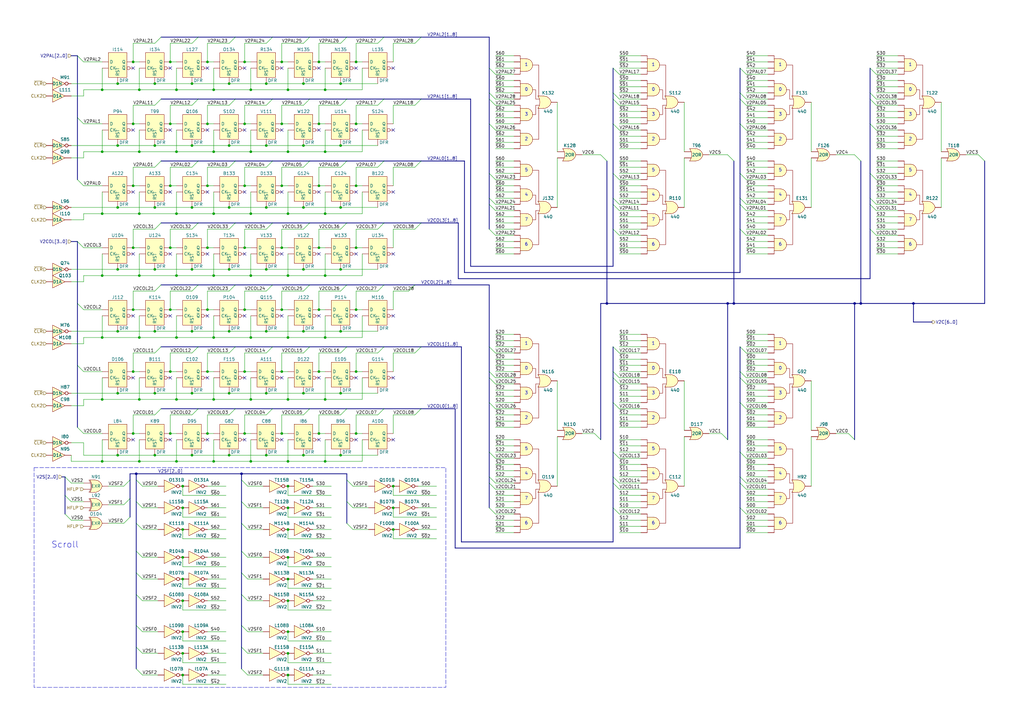
<source format=kicad_sch>
(kicad_sch (version 20231120) (generator "eeschema") (generator_version "8.0")
  (paper "A3")
  (title_block (title "Konami 007781") (date "2024-09-08"))
  (junction (at 102.87 138.43))
  (junction (at 298.45 124.46))
  (junction (at 161.29 199.39))
  (junction (at 78.74 110.49))
  (junction (at 118.11 36.83))
  (junction (at 133.35 163.83))
  (junction (at 78.74 34.29))
  (junction (at 74.93 228.6))
  (junction (at 54.61 25.4))
  (junction (at 118.11 62.23))
  (junction (at 100.33 25.4))
  (junction (at 353.06 124.46))
  (junction (at 102.87 163.83))
  (junction (at 130.81 101.6))
  (junction (at 85.09 76.2))
  (junction (at 133.35 138.43))
  (junction (at 54.61 50.8))
  (junction (at 139.7 161.29))
  (junction (at 54.61 76.2))
  (junction (at 118.11 138.43))
  (junction (at 146.05 127))
  (junction (at 54.61 127))
  (junction (at 118.11 199.39))
  (junction (at 130.81 25.4))
  (junction (at 74.93 267.97))
  (junction (at 109.22 135.89))
  (junction (at 41.91 36.83))
  (junction (at 124.46 59.69))
  (junction (at 124.46 186.69))
  (junction (at 115.57 177.8))
  (junction (at 118.11 217.17))
  (junction (at 99.06 194.31))
  (junction (at 72.39 189.23))
  (junction (at 102.87 62.23))
  (junction (at 63.5 110.49))
  (junction (at 130.81 50.8))
  (junction (at 85.09 177.8))
  (junction (at 124.46 161.29))
  (junction (at 85.09 127))
  (junction (at 57.15 113.03))
  (junction (at 78.74 135.89))
  (junction (at 48.26 161.29))
  (junction (at 130.81 152.4))
  (junction (at 124.46 135.89))
  (junction (at 85.09 25.4))
  (junction (at 72.39 62.23))
  (junction (at 57.15 62.23))
  (junction (at 118.11 189.23))
  (junction (at 74.93 199.39))
  (junction (at 115.57 76.2))
  (junction (at 78.74 161.29))
  (junction (at 133.35 189.23))
  (junction (at 130.81 177.8))
  (junction (at 93.98 186.69))
  (junction (at 350.52 124.46))
  (junction (at 133.35 87.63))
  (junction (at 74.93 276.86))
  (junction (at 100.33 152.4))
  (junction (at 57.15 87.63))
  (junction (at 139.7 135.89))
  (junction (at 85.09 101.6))
  (junction (at 69.85 101.6))
  (junction (at 248.92 124.46))
  (junction (at 69.85 50.8))
  (junction (at 48.26 110.49))
  (junction (at 63.5 34.29))
  (junction (at 93.98 34.29))
  (junction (at 109.22 59.69))
  (junction (at 146.05 177.8))
  (junction (at 146.05 50.8))
  (junction (at 74.93 217.17))
  (junction (at 109.22 110.49))
  (junction (at 118.11 228.6))
  (junction (at 78.74 186.69))
  (junction (at 118.11 237.49))
  (junction (at 115.57 25.4))
  (junction (at 93.98 59.69))
  (junction (at 85.09 152.4))
  (junction (at 55.88 194.31))
  (junction (at 133.35 62.23))
  (junction (at 69.85 177.8))
  (junction (at 93.98 110.49))
  (junction (at 74.93 208.28))
  (junction (at 118.11 267.97))
  (junction (at 74.93 246.38))
  (junction (at 161.29 208.28))
  (junction (at 54.61 152.4))
  (junction (at 146.05 25.4))
  (junction (at 139.7 85.09))
  (junction (at 69.85 152.4))
  (junction (at 300.99 124.46))
  (junction (at 48.26 34.29))
  (junction (at 146.05 76.2))
  (junction (at 118.11 259.08))
  (junction (at 102.87 36.83))
  (junction (at 69.85 76.2))
  (junction (at 100.33 50.8))
  (junction (at 87.63 113.03))
  (junction (at 118.11 246.38))
  (junction (at 69.85 127))
  (junction (at 69.85 25.4))
  (junction (at 48.26 186.69))
  (junction (at 124.46 85.09))
  (junction (at 63.5 135.89))
  (junction (at 139.7 186.69))
  (junction (at 118.11 276.86))
  (junction (at 102.87 113.03))
  (junction (at 87.63 36.83))
  (junction (at 63.5 161.29))
  (junction (at 72.39 87.63))
  (junction (at 115.57 101.6))
  (junction (at 74.93 259.08))
  (junction (at 146.05 152.4))
  (junction (at 133.35 113.03))
  (junction (at 118.11 113.03))
  (junction (at 87.63 87.63))
  (junction (at 124.46 110.49))
  (junction (at 57.15 163.83))
  (junction (at 78.74 85.09))
  (junction (at 130.81 127))
  (junction (at 48.26 135.89))
  (junction (at 72.39 163.83))
  (junction (at 124.46 34.29))
  (junction (at 109.22 186.69))
  (junction (at 54.61 177.8))
  (junction (at 133.35 36.83))
  (junction (at 48.26 85.09))
  (junction (at 41.91 138.43))
  (junction (at 78.74 59.69))
  (junction (at 41.91 163.83))
  (junction (at 85.09 50.8))
  (junction (at 100.33 177.8))
  (junction (at 57.15 138.43))
  (junction (at 72.39 113.03))
  (junction (at 118.11 87.63))
  (junction (at 63.5 59.69))
  (junction (at 374.65 124.46))
  (junction (at 161.29 217.17))
  (junction (at 41.91 87.63))
  (junction (at 41.91 62.23))
  (junction (at 93.98 161.29))
  (junction (at 63.5 85.09))
  (junction (at 57.15 189.23))
  (junction (at 72.39 36.83))
  (junction (at 100.33 101.6))
  (junction (at 139.7 110.49))
  (junction (at 87.63 62.23))
  (junction (at 57.15 36.83))
  (junction (at 139.7 59.69))
  (junction (at 102.87 189.23))
  (junction (at 139.7 34.29))
  (junction (at 102.87 87.63))
  (junction (at 74.93 237.49))
  (junction (at 93.98 135.89))
  (junction (at 54.61 101.6))
  (junction (at 100.33 76.2))
  (junction (at 146.05 101.6))
  (junction (at 87.63 138.43))
  (junction (at 118.11 208.28))
  (junction (at 118.11 163.83))
  (junction (at 115.57 152.4))
  (junction (at 87.63 189.23))
  (junction (at 100.33 127))
  (junction (at 130.81 76.2))
  (junction (at 48.26 59.69))
  (junction (at 63.5 186.69))
  (junction (at 72.39 138.43))
  (junction (at 115.57 127))
  (junction (at 41.91 189.23))
  (junction (at 41.91 113.03))
  (junction (at 109.22 85.09))
  (junction (at 115.57 50.8))
  (junction (at 93.98 85.09))
  (junction (at 109.22 34.29))
  (junction (at 109.22 161.29))
  (junction (at 87.63 163.83))
  (no_connect (at 130.81 180.34))
  (no_connect (at 161.29 154.94))
  (no_connect (at 100.33 27.94))
  (no_connect (at 130.81 53.34))
  (no_connect (at 161.29 27.94))
  (no_connect (at 54.61 104.14))
  (no_connect (at 146.05 104.14))
  (no_connect (at 115.57 180.34))
  (no_connect (at 100.33 78.74))
  (no_connect (at 130.81 154.94))
  (no_connect (at 54.61 27.94))
  (no_connect (at 115.57 154.94))
  (no_connect (at 69.85 53.34))
  (no_connect (at 54.61 180.34))
  (no_connect (at 146.05 180.34))
  (no_connect (at 146.05 154.94))
  (no_connect (at 161.29 129.54))
  (no_connect (at 85.09 180.34))
  (no_connect (at 54.61 53.34))
  (no_connect (at 146.05 78.74))
  (no_connect (at 130.81 129.54))
  (no_connect (at 69.85 104.14))
  (no_connect (at 69.85 78.74))
  (no_connect (at 161.29 78.74))
  (no_connect (at 100.33 53.34))
  (no_connect (at 161.29 53.34))
  (no_connect (at 100.33 129.54))
  (no_connect (at 85.09 78.74))
  (no_connect (at 146.05 129.54))
  (no_connect (at 161.29 180.34))
  (no_connect (at 115.57 129.54))
  (no_connect (at 115.57 104.14))
  (no_connect (at 85.09 154.94))
  (no_connect (at 54.61 154.94))
  (no_connect (at 146.05 27.94))
  (no_connect (at 130.81 27.94))
  (no_connect (at 69.85 129.54))
  (no_connect (at 100.33 104.14))
  (no_connect (at 130.81 78.74))
  (no_connect (at 100.33 180.34))
  (no_connect (at 69.85 154.94))
  (no_connect (at 115.57 53.34))
  (no_connect (at 85.09 104.14))
  (no_connect (at 130.81 104.14))
  (no_connect (at 85.09 129.54))
  (no_connect (at 54.61 129.54))
  (no_connect (at 146.05 53.34))
  (no_connect (at 85.09 27.94))
  (no_connect (at 115.57 27.94))
  (no_connect (at 115.57 78.74))
  (no_connect (at 69.85 180.34))
  (no_connect (at 69.85 27.94))
  (no_connect (at 85.09 53.34))
  (no_connect (at 100.33 154.94))
  (no_connect (at 54.61 78.74))
  (no_connect (at 161.29 104.14))
  (bus_entry (at 157.48 142.24) (size -2.54 2.54))
  (bus_entry (at 66.04 142.24) (size -2.54 2.54))
  (bus_entry (at 142.24 214.63) (size 2.54 2.54))
  (bus_entry (at 99.06 214.63) (size 2.54 2.54))
  (bus_entry (at 303.53 185.42) (size 2.54 2.54))
  (bus_entry (at 66.04 40.64) (size -2.54 2.54))
  (bus_entry (at 157.48 66.04) (size -2.54 2.54))
  (bus_entry (at 303.53 208.28) (size 2.54 2.54))
  (bus_entry (at 356.87 71.12) (size 2.54 2.54))
  (bus_entry (at 96.52 15.24) (size -2.54 2.54))
  (bus_entry (at 251.46 40.64) (size 2.54 2.54))
  (bus_entry (at 246.38 63.5) (size 2.54 2.54))
  (bus_entry (at 356.87 50.8) (size 2.54 2.54))
  (bus_entry (at 111.76 91.44) (size -2.54 2.54))
  (bus_entry (at 303.53 50.8) (size 2.54 2.54))
  (bus_entry (at 298.45 63.5) (size 2.54 2.54))
  (bus_entry (at 81.28 167.64) (size -2.54 2.54))
  (bus_entry (at 251.46 208.28) (size 2.54 2.54))
  (bus_entry (at 200.66 185.42) (size 2.54 2.54))
  (bus_entry (at 142.24 15.24) (size -2.54 2.54))
  (bus_entry (at 142.24 167.64) (size -2.54 2.54))
  (bus_entry (at 303.53 152.4) (size 2.54 2.54))
  (bus_entry (at 50.8 207.01) (size 2.54 -2.54))
  (bus_entry (at 303.53 165.1) (size 2.54 2.54))
  (bus_entry (at 81.28 142.24) (size -2.54 2.54))
  (bus_entry (at 111.76 66.04) (size -2.54 2.54))
  (bus_entry (at 251.46 165.1) (size 2.54 2.54))
  (bus_entry (at 157.48 91.44) (size -2.54 2.54))
  (bus_entry (at 127 142.24) (size -2.54 2.54))
  (bus_entry (at 303.53 83.82) (size 2.54 2.54))
  (bus_entry (at 66.04 66.04) (size -2.54 2.54))
  (bus_entry (at 81.28 91.44) (size -2.54 2.54))
  (bus_entry (at 142.24 205.74) (size 2.54 2.54))
  (bus_entry (at 350.52 63.5) (size 2.54 2.54))
  (bus_entry (at 172.72 15.24) (size -2.54 2.54))
  (bus_entry (at 356.87 40.64) (size 2.54 2.54))
  (bus_entry (at 200.66 50.8) (size 2.54 2.54))
  (bus_entry (at 157.48 167.64) (size -2.54 2.54))
  (bus_entry (at 251.46 185.42) (size 2.54 2.54))
  (bus_entry (at 99.06 265.43) (size 2.54 2.54))
  (bus_entry (at 172.72 142.24) (size -2.54 2.54))
  (bus_entry (at 81.28 116.84) (size -2.54 2.54))
  (bus_entry (at 50.8 199.39) (size 2.54 -2.54))
  (bus_entry (at 96.52 40.64) (size -2.54 2.54))
  (bus_entry (at 251.46 27.94) (size 2.54 2.54))
  (bus_entry (at 172.72 40.64) (size -2.54 2.54))
  (bus_entry (at 99.06 256.54) (size 2.54 2.54))
  (bus_entry (at 200.66 27.94) (size 2.54 2.54))
  (bus_entry (at 200.66 208.28) (size 2.54 2.54))
  (bus_entry (at 55.88 243.84) (size 2.54 2.54))
  (bus_entry (at 172.72 167.64) (size -2.54 2.54))
  (bus_entry (at 251.46 38.1) (size 2.54 2.54))
  (bus_entry (at 303.53 198.12) (size 2.54 2.54))
  (bus_entry (at 243.84 177.8) (size 2.54 2.54))
  (bus_entry (at 303.53 195.58) (size 2.54 2.54))
  (bus_entry (at 31.75 124.46) (size 2.54 2.54))
  (bus_entry (at 251.46 83.82) (size 2.54 2.54))
  (bus_entry (at 127 66.04) (size -2.54 2.54))
  (bus_entry (at 251.46 195.58) (size 2.54 2.54))
  (bus_entry (at 295.91 177.8) (size 2.54 2.54))
  (bus_entry (at 200.66 165.1) (size 2.54 2.54))
  (bus_entry (at 111.76 40.64) (size -2.54 2.54))
  (bus_entry (at 81.28 40.64) (size -2.54 2.54))
  (bus_entry (at 111.76 116.84) (size -2.54 2.54))
  (bus_entry (at 99.06 196.85) (size 2.54 2.54))
  (bus_entry (at 251.46 71.12) (size 2.54 2.54))
  (bus_entry (at 31.75 22.86) (size 2.54 2.54))
  (bus_entry (at 356.87 83.82) (size 2.54 2.54))
  (bus_entry (at 81.28 66.04) (size -2.54 2.54))
  (bus_entry (at 50.8 214.63) (size 2.54 -2.54))
  (bus_entry (at 127 15.24) (size -2.54 2.54))
  (bus_entry (at 55.88 205.74) (size 2.54 2.54))
  (bus_entry (at 96.52 66.04) (size -2.54 2.54))
  (bus_entry (at 96.52 91.44) (size -2.54 2.54))
  (bus_entry (at 31.75 99.06) (size 2.54 2.54))
  (bus_entry (at 303.53 154.94) (size 2.54 2.54))
  (bus_entry (at 356.87 93.98) (size 2.54 2.54))
  (bus_entry (at 347.98 177.8) (size 2.54 2.54))
  (bus_entry (at 31.75 48.26) (size 2.54 2.54))
  (bus_entry (at 200.66 93.98) (size 2.54 2.54))
  (bus_entry (at 55.88 265.43) (size 2.54 2.54))
  (bus_entry (at 99.06 234.95) (size 2.54 2.54))
  (bus_entry (at 55.88 196.85) (size 2.54 2.54))
  (bus_entry (at 142.24 116.84) (size -2.54 2.54))
  (bus_entry (at 99.06 205.74) (size 2.54 2.54))
  (bus_entry (at 142.24 91.44) (size -2.54 2.54))
  (bus_entry (at 26.67 203.2) (size 2.54 2.54))
  (bus_entry (at 96.52 142.24) (size -2.54 2.54))
  (bus_entry (at 251.46 198.12) (size 2.54 2.54))
  (bus_entry (at 31.75 149.86) (size 2.54 2.54))
  (bus_entry (at 200.66 195.58) (size 2.54 2.54))
  (bus_entry (at 200.66 83.82) (size 2.54 2.54))
  (bus_entry (at 170.18 116.84) (size -2.54 2.54))
  (bus_entry (at 111.76 167.64) (size -2.54 2.54))
  (bus_entry (at 303.53 40.64) (size 2.54 2.54))
  (bus_entry (at 31.75 175.26) (size 2.54 2.54))
  (bus_entry (at 99.06 226.06) (size 2.54 2.54))
  (bus_entry (at 157.48 15.24) (size -2.54 2.54))
  (bus_entry (at 127 40.64) (size -2.54 2.54))
  (bus_entry (at 172.72 66.04) (size -2.54 2.54))
  (bus_entry (at 81.28 15.24) (size -2.54 2.54))
  (bus_entry (at 111.76 15.24) (size -2.54 2.54))
  (bus_entry (at 55.88 214.63) (size 2.54 2.54))
  (bus_entry (at 26.67 210.82) (size 2.54 2.54))
  (bus_entry (at 127 167.64) (size -2.54 2.54))
  (bus_entry (at 356.87 38.1) (size 2.54 2.54))
  (bus_entry (at 66.04 167.64) (size -2.54 2.54))
  (bus_entry (at 200.66 38.1) (size 2.54 2.54))
  (bus_entry (at 303.53 71.12) (size 2.54 2.54))
  (bus_entry (at 99.06 274.32) (size 2.54 2.54))
  (bus_entry (at 142.24 142.24) (size -2.54 2.54))
  (bus_entry (at 31.75 73.66) (size 2.54 2.54))
  (bus_entry (at 66.04 116.84) (size -2.54 2.54))
  (bus_entry (at 55.88 234.95) (size 2.54 2.54))
  (bus_entry (at 200.66 71.12) (size 2.54 2.54))
  (bus_entry (at 303.53 38.1) (size 2.54 2.54))
  (bus_entry (at 200.66 142.24) (size 2.54 2.54))
  (bus_entry (at 157.48 116.84) (size -2.54 2.54))
  (bus_entry (at 303.53 81.28) (size 2.54 2.54))
  (bus_entry (at 127 91.44) (size -2.54 2.54))
  (bus_entry (at 251.46 81.28) (size 2.54 2.54))
  (bus_entry (at 303.53 142.24) (size 2.54 2.54))
  (bus_entry (at 356.87 27.94) (size 2.54 2.54))
  (bus_entry (at 251.46 142.24) (size 2.54 2.54))
  (bus_entry (at 200.66 152.4) (size 2.54 2.54))
  (bus_entry (at 66.04 91.44) (size -2.54 2.54))
  (bus_entry (at 356.87 81.28) (size 2.54 2.54))
  (bus_entry (at 66.04 15.24) (size -2.54 2.54))
  (bus_entry (at 157.48 40.64) (size -2.54 2.54))
  (bus_entry (at 142.24 196.85) (size 2.54 2.54))
  (bus_entry (at 303.53 93.98) (size 2.54 2.54))
  (bus_entry (at 142.24 66.04) (size -2.54 2.54))
  (bus_entry (at 200.66 81.28) (size 2.54 2.54))
  (bus_entry (at 55.88 256.54) (size 2.54 2.54))
  (bus_entry (at 200.66 154.94) (size 2.54 2.54))
  (bus_entry (at 251.46 152.4) (size 2.54 2.54))
  (bus_entry (at 200.66 198.12) (size 2.54 2.54))
  (bus_entry (at 401.32 63.5) (size 2.54 2.54))
  (bus_entry (at 96.52 116.84) (size -2.54 2.54))
  (bus_entry (at 251.46 154.94) (size 2.54 2.54))
  (bus_entry (at 127 116.84) (size -2.54 2.54))
  (bus_entry (at 251.46 93.98) (size 2.54 2.54))
  (bus_entry (at 55.88 274.32) (size 2.54 2.54))
  (bus_entry (at 142.24 40.64) (size -2.54 2.54))
  (bus_entry (at 26.67 195.58) (size 2.54 2.54))
  (bus_entry (at 55.88 226.06) (size 2.54 2.54))
  (bus_entry (at 303.53 27.94) (size 2.54 2.54))
  (bus_entry (at 251.46 50.8) (size 2.54 2.54))
  (bus_entry (at 111.76 142.24) (size -2.54 2.54))
  (bus_entry (at 96.52 167.64) (size -2.54 2.54))
  (bus_entry (at 200.66 40.64) (size 2.54 2.54))
  (bus_entry (at 99.06 243.84) (size 2.54 2.54))
  (bus_entry (at 172.72 91.44) (size -2.54 2.54))
  (wire (pts (xy 69.85 68.58) (xy 69.85 76.2)))
  (bus (pts (xy 99.06 194.31) (xy 99.06 196.85)))
  (bus (pts (xy 55.88 194.31) (xy 99.06 194.31)))
  (wire (pts (xy 254 198.12) (xy 262.89 198.12)))
  (wire (pts (xy 306.07 76.2) (xy 314.96 76.2)))
  (wire (pts (xy 203.2 195.58) (xy 210.82 195.58)))
  (wire (pts (xy 85.09 246.38) (xy 92.71 246.38)))
  (bus (pts (xy 81.28 15.24) (xy 96.52 15.24)))
  (wire (pts (xy 54.61 170.18) (xy 63.5 170.18)))
  (wire (pts (xy 54.61 93.98) (xy 54.61 101.6)))
  (bus (pts (xy 127 116.84) (xy 142.24 116.84)))
  (bus (pts (xy 142.24 194.31) (xy 142.24 196.85)))
  (wire (pts (xy 102.87 53.34) (xy 102.87 62.23)))
  (wire (pts (xy 306.07 154.94) (xy 314.96 154.94)))
  (wire (pts (xy 69.85 177.8) (xy 72.39 177.8)))
  (wire (pts (xy 85.09 170.18) (xy 85.09 177.8)))
  (wire (pts (xy 100.33 177.8) (xy 102.87 177.8)))
  (wire (pts (xy 254 162.56) (xy 262.89 162.56)))
  (bus (pts (xy 96.52 116.84) (xy 111.76 116.84)))
  (bus (pts (xy 66.04 91.44) (xy 81.28 91.44)))
  (wire (pts (xy 228.6 156.21) (xy 228.6 176.53)))
  (wire (pts (xy 203.2 96.52) (xy 210.82 96.52)))
  (wire (pts (xy 54.61 144.78) (xy 54.61 152.4)))
  (wire (pts (xy 101.6 199.39) (xy 107.95 199.39)))
  (wire (pts (xy 306.07 200.66) (xy 314.96 200.66)))
  (wire (pts (xy 41.91 36.83) (xy 57.15 36.83)))
  (wire (pts (xy 254 88.9) (xy 262.89 88.9)))
  (bus (pts (xy 403.86 66.04) (xy 403.86 124.46)))
  (bus (pts (xy 25.4 195.58) (xy 26.67 195.58)))
  (wire (pts (xy 124.46 135.89) (xy 139.7 135.89)))
  (wire (pts (xy 148.59 62.23) (xy 133.35 62.23)))
  (wire (pts (xy 203.2 45.72) (xy 210.82 45.72)))
  (wire (pts (xy 74.93 203.2) (xy 92.71 203.2)))
  (bus (pts (xy 200.66 81.28) (xy 200.66 71.12)))
  (wire (pts (xy 203.2 170.18) (xy 210.82 170.18)))
  (wire (pts (xy 203.2 167.64) (xy 210.82 167.64)))
  (wire (pts (xy 118.11 232.41) (xy 135.89 232.41)))
  (wire (pts (xy 254 200.66) (xy 262.89 200.66)))
  (bus (pts (xy 81.28 116.84) (xy 96.52 116.84)))
  (wire (pts (xy 306.07 68.58) (xy 314.96 68.58)))
  (wire (pts (xy 41.91 62.23) (xy 57.15 62.23)))
  (wire (pts (xy 359.41 91.44) (xy 368.3 91.44)))
  (wire (pts (xy 306.07 137.16) (xy 314.96 137.16)))
  (wire (pts (xy 101.6 237.49) (xy 107.95 237.49)))
  (wire (pts (xy 34.29 62.23) (xy 41.91 62.23)))
  (wire (pts (xy 115.57 68.58) (xy 124.46 68.58)))
  (wire (pts (xy 146.05 68.58) (xy 146.05 76.2)))
  (bus (pts (xy 157.48 116.84) (xy 170.18 116.84)))
  (wire (pts (xy 254 205.74) (xy 262.89 205.74)))
  (wire (pts (xy 203.2 152.4) (xy 210.82 152.4)))
  (wire (pts (xy 100.33 170.18) (xy 109.22 170.18)))
  (wire (pts (xy 161.29 217.17) (xy 161.29 220.98)))
  (bus (pts (xy 99.06 214.63) (xy 99.06 226.06)))
  (wire (pts (xy 100.33 93.98) (xy 100.33 101.6)))
  (wire (pts (xy 34.29 39.37) (xy 34.29 36.83)))
  (bus (pts (xy 142.24 116.84) (xy 157.48 116.84)))
  (wire (pts (xy 87.63 78.74) (xy 87.63 87.63)))
  (wire (pts (xy 69.85 17.78) (xy 69.85 25.4)))
  (wire (pts (xy 118.11 267.97) (xy 118.11 271.78)))
  (wire (pts (xy 48.26 34.29) (xy 63.5 34.29)))
  (wire (pts (xy 118.11 237.49) (xy 118.11 241.3)))
  (wire (pts (xy 203.2 175.26) (xy 210.82 175.26)))
  (wire (pts (xy 102.87 27.94) (xy 102.87 36.83)))
  (wire (pts (xy 72.39 62.23) (xy 57.15 62.23)))
  (wire (pts (xy 306.07 203.2) (xy 314.96 203.2)))
  (wire (pts (xy 332.74 179.07) (xy 332.74 199.39)))
  (wire (pts (xy 69.85 144.78) (xy 69.85 152.4)))
  (bus (pts (xy 200.66 198.12) (xy 200.66 208.28)))
  (wire (pts (xy 290.83 63.5) (xy 298.45 63.5)))
  (wire (pts (xy 130.81 101.6) (xy 133.35 101.6)))
  (wire (pts (xy 102.87 138.43) (xy 87.63 138.43)))
  (wire (pts (xy 58.42 237.49) (xy 64.77 237.49)))
  (wire (pts (xy 85.09 50.8) (xy 87.63 50.8)))
  (wire (pts (xy 306.07 53.34) (xy 314.96 53.34)))
  (wire (pts (xy 203.2 27.94) (xy 210.82 27.94)))
  (wire (pts (xy 102.87 180.34) (xy 102.87 189.23)))
  (wire (pts (xy 306.07 152.4) (xy 314.96 152.4)))
  (bus (pts (xy 53.34 196.85) (xy 53.34 194.31)))
  (wire (pts (xy 115.57 177.8) (xy 118.11 177.8)))
  (wire (pts (xy 359.41 66.04) (xy 368.3 66.04)))
  (wire (pts (xy 306.07 187.96) (xy 314.96 187.96)))
  (bus (pts (xy 66.04 142.24) (xy 81.28 142.24)))
  (bus (pts (xy 127 142.24) (xy 142.24 142.24)))
  (wire (pts (xy 78.74 85.09) (xy 93.98 85.09)))
  (wire (pts (xy 254 55.88) (xy 262.89 55.88)))
  (bus (pts (xy 111.76 167.64) (xy 127 167.64)))
  (wire (pts (xy 254 149.86) (xy 262.89 149.86)))
  (wire (pts (xy 306.07 157.48) (xy 314.96 157.48)))
  (wire (pts (xy 115.57 50.8) (xy 118.11 50.8)))
  (wire (pts (xy 54.61 17.78) (xy 54.61 25.4)))
  (wire (pts (xy 359.41 104.14) (xy 368.3 104.14)))
  (wire (pts (xy 133.35 129.54) (xy 133.35 138.43)))
  (wire (pts (xy 254 86.36) (xy 262.89 86.36)))
  (bus (pts (xy 300.99 124.46) (xy 350.52 124.46)))
  (wire (pts (xy 254 33.02) (xy 262.89 33.02)))
  (wire (pts (xy 102.87 104.14) (xy 102.87 113.03)))
  (bus (pts (xy 157.48 66.04) (xy 172.72 66.04)))
  (wire (pts (xy 41.91 27.94) (xy 41.91 36.83)))
  (wire (pts (xy 359.41 68.58) (xy 368.3 68.58)))
  (bus (pts (xy 251.46 198.12) (xy 251.46 195.58)))
  (wire (pts (xy 254 83.82) (xy 262.89 83.82)))
  (wire (pts (xy 74.93 217.17) (xy 74.93 220.98)))
  (wire (pts (xy 133.35 53.34) (xy 133.35 62.23)))
  (wire (pts (xy 57.15 163.83) (xy 41.91 163.83)))
  (wire (pts (xy 69.85 68.58) (xy 78.74 68.58)))
  (wire (pts (xy 146.05 152.4) (xy 148.59 152.4)))
  (wire (pts (xy 100.33 43.18) (xy 100.33 50.8)))
  (wire (pts (xy 306.07 33.02) (xy 314.96 33.02)))
  (wire (pts (xy 115.57 93.98) (xy 115.57 101.6)))
  (bus (pts (xy 251.46 38.1) (xy 251.46 27.94)))
  (bus (pts (xy 111.76 15.24) (xy 127 15.24)))
  (wire (pts (xy 359.41 73.66) (xy 368.3 73.66)))
  (wire (pts (xy 58.42 259.08) (xy 64.77 259.08)))
  (wire (pts (xy 144.78 199.39) (xy 151.13 199.39)))
  (wire (pts (xy 118.11 180.34) (xy 118.11 189.23)))
  (wire (pts (xy 74.93 250.19) (xy 92.71 250.19)))
  (wire (pts (xy 133.35 113.03) (xy 118.11 113.03)))
  (wire (pts (xy 100.33 144.78) (xy 109.22 144.78)))
  (wire (pts (xy 54.61 76.2) (xy 57.15 76.2)))
  (wire (pts (xy 306.07 104.14) (xy 314.96 104.14)))
  (bus (pts (xy 200.66 50.8) (xy 200.66 40.64)))
  (bus (pts (xy 66.04 15.24) (xy 81.28 15.24)))
  (wire (pts (xy 148.59 53.34) (xy 148.59 62.23)))
  (wire (pts (xy 118.11 104.14) (xy 118.11 113.03)))
  (bus (pts (xy 187.96 114.3) (xy 356.87 114.3)))
  (wire (pts (xy 306.07 215.9) (xy 314.96 215.9)))
  (wire (pts (xy 359.41 25.4) (xy 368.3 25.4)))
  (wire (pts (xy 128.27 208.28) (xy 135.89 208.28)))
  (wire (pts (xy 306.07 86.36) (xy 314.96 86.36)))
  (wire (pts (xy 171.45 217.17) (xy 179.07 217.17)))
  (wire (pts (xy 115.57 43.18) (xy 115.57 50.8)))
  (wire (pts (xy 254 96.52) (xy 262.89 96.52)))
  (wire (pts (xy 115.57 170.18) (xy 115.57 177.8)))
  (wire (pts (xy 359.41 86.36) (xy 368.3 86.36)))
  (wire (pts (xy 254 218.44) (xy 262.89 218.44)))
  (wire (pts (xy 115.57 68.58) (xy 115.57 76.2)))
  (wire (pts (xy 109.22 110.49) (xy 124.46 110.49)))
  (wire (pts (xy 34.29 90.17) (xy 34.29 87.63)))
  (wire (pts (xy 130.81 17.78) (xy 130.81 25.4)))
  (wire (pts (xy 161.29 68.58) (xy 170.18 68.58)))
  (wire (pts (xy 58.42 276.86) (xy 64.77 276.86)))
  (wire (pts (xy 203.2 88.9) (xy 210.82 88.9)))
  (wire (pts (xy 69.85 43.18) (xy 69.85 50.8)))
  (wire (pts (xy 254 154.94) (xy 262.89 154.94)))
  (wire (pts (xy 144.78 208.28) (xy 151.13 208.28)))
  (wire (pts (xy 254 50.8) (xy 262.89 50.8)))
  (wire (pts (xy 72.39 36.83) (xy 57.15 36.83)))
  (wire (pts (xy 48.26 161.29) (xy 63.5 161.29)))
  (wire (pts (xy 130.81 170.18) (xy 130.81 177.8)))
  (bus (pts (xy 300.99 66.04) (xy 300.99 124.46)))
  (wire (pts (xy 118.11 62.23) (xy 102.87 62.23)))
  (wire (pts (xy 133.35 180.34) (xy 133.35 189.23)))
  (bus (pts (xy 170.18 116.84) (xy 200.66 116.84)))
  (bus (pts (xy 356.87 50.8) (xy 356.87 40.64)))
  (wire (pts (xy 87.63 189.23) (xy 72.39 189.23)))
  (wire (pts (xy 306.07 48.26) (xy 314.96 48.26)))
  (wire (pts (xy 118.11 129.54) (xy 118.11 138.43)))
  (bus (pts (xy 99.06 234.95) (xy 99.06 243.84)))
  (wire (pts (xy 203.2 165.1) (xy 210.82 165.1)))
  (wire (pts (xy 54.61 144.78) (xy 63.5 144.78)))
  (bus (pts (xy 55.88 265.43) (xy 55.88 274.32)))
  (wire (pts (xy 148.59 138.43) (xy 133.35 138.43)))
  (wire (pts (xy 254 40.64) (xy 262.89 40.64)))
  (bus (pts (xy 99.06 194.31) (xy 142.24 194.31)))
  (bus (pts (xy 127 66.04) (xy 142.24 66.04)))
  (wire (pts (xy 280.67 156.21) (xy 280.67 176.53)))
  (wire (pts (xy 102.87 113.03) (xy 87.63 113.03)))
  (wire (pts (xy 29.21 198.12) (xy 34.29 198.12)))
  (wire (pts (xy 146.05 68.58) (xy 154.94 68.58)))
  (bus (pts (xy 81.28 40.64) (xy 96.52 40.64)))
  (wire (pts (xy 203.2 76.2) (xy 210.82 76.2)))
  (wire (pts (xy 359.41 96.52) (xy 368.3 96.52)))
  (wire (pts (xy 306.07 99.06) (xy 314.96 99.06)))
  (wire (pts (xy 254 213.36) (xy 262.89 213.36)))
  (wire (pts (xy 254 157.48) (xy 262.89 157.48)))
  (wire (pts (xy 130.81 144.78) (xy 139.7 144.78)))
  (wire (pts (xy 69.85 50.8) (xy 72.39 50.8)))
  (wire (pts (xy 34.29 181.61) (xy 34.29 186.69)))
  (wire (pts (xy 254 170.18) (xy 262.89 170.18)))
  (wire (pts (xy 118.11 276.86) (xy 118.11 280.67)))
  (wire (pts (xy 203.2 101.6) (xy 210.82 101.6)))
  (wire (pts (xy 58.42 246.38) (xy 64.77 246.38)))
  (wire (pts (xy 228.6 41.91) (xy 228.6 62.23)))
  (wire (pts (xy 203.2 38.1) (xy 210.82 38.1)))
  (wire (pts (xy 130.81 68.58) (xy 130.81 76.2)))
  (wire (pts (xy 238.76 177.8) (xy 243.84 177.8)))
  (wire (pts (xy 203.2 172.72) (xy 210.82 172.72)))
  (bus (pts (xy 55.88 205.74) (xy 55.88 214.63)))
  (wire (pts (xy 146.05 25.4) (xy 148.59 25.4)))
  (wire (pts (xy 115.57 101.6) (xy 118.11 101.6)))
  (wire (pts (xy 74.93 232.41) (xy 92.71 232.41)))
  (wire (pts (xy 109.22 186.69) (xy 124.46 186.69)))
  (bus (pts (xy 55.88 214.63) (xy 55.88 226.06)))
  (bus (pts (xy 356.87 40.64) (xy 356.87 38.1)))
  (wire (pts (xy 115.57 93.98) (xy 124.46 93.98)))
  (wire (pts (xy 359.41 53.34) (xy 368.3 53.34)))
  (wire (pts (xy 58.42 208.28) (xy 64.77 208.28)))
  (wire (pts (xy 254 101.6) (xy 262.89 101.6)))
  (wire (pts (xy 203.2 40.64) (xy 210.82 40.64)))
  (wire (pts (xy 128.27 228.6) (xy 135.89 228.6)))
  (wire (pts (xy 130.81 76.2) (xy 133.35 76.2)))
  (wire (pts (xy 203.2 68.58) (xy 210.82 68.58)))
  (bus (pts (xy 99.06 205.74) (xy 99.06 214.63)))
  (wire (pts (xy 228.6 179.07) (xy 228.6 199.39)))
  (wire (pts (xy 359.41 101.6) (xy 368.3 101.6)))
  (wire (pts (xy 41.91 78.74) (xy 41.91 87.63)))
  (wire (pts (xy 203.2 187.96) (xy 210.82 187.96)))
  (wire (pts (xy 133.35 154.94) (xy 133.35 163.83)))
  (wire (pts (xy 63.5 59.69) (xy 78.74 59.69)))
  (wire (pts (xy 101.6 228.6) (xy 107.95 228.6)))
  (wire (pts (xy 203.2 180.34) (xy 210.82 180.34)))
  (wire (pts (xy 148.59 104.14) (xy 148.59 113.03)))
  (wire (pts (xy 359.41 83.82) (xy 368.3 83.82)))
  (wire (pts (xy 85.09 25.4) (xy 87.63 25.4)))
  (bus (pts (xy 303.53 71.12) (xy 303.53 81.28)))
  (wire (pts (xy 254 73.66) (xy 262.89 73.66)))
  (wire (pts (xy 93.98 186.69) (xy 109.22 186.69)))
  (bus (pts (xy 251.46 208.28) (xy 251.46 222.25)))
  (wire (pts (xy 280.67 179.07) (xy 280.67 199.39)))
  (wire (pts (xy 118.11 189.23) (xy 102.87 189.23)))
  (wire (pts (xy 254 104.14) (xy 262.89 104.14)))
  (wire (pts (xy 161.29 144.78) (xy 170.18 144.78)))
  (wire (pts (xy 203.2 81.28) (xy 210.82 81.28)))
  (wire (pts (xy 359.41 76.2) (xy 368.3 76.2)))
  (bus (pts (xy 127 15.24) (xy 142.24 15.24)))
  (wire (pts (xy 161.29 203.2) (xy 179.07 203.2)))
  (wire (pts (xy 342.9 63.5) (xy 350.52 63.5)))
  (wire (pts (xy 146.05 170.18) (xy 146.05 177.8)))
  (wire (pts (xy 203.2 160.02) (xy 210.82 160.02)))
  (bus (pts (xy 172.72 40.64) (xy 193.04 40.64)))
  (wire (pts (xy 306.07 40.64) (xy 314.96 40.64)))
  (bus (pts (xy 200.66 71.12) (xy 200.66 50.8)))
  (wire (pts (xy 238.76 63.5) (xy 246.38 63.5)))
  (wire (pts (xy 203.2 71.12) (xy 210.82 71.12)))
  (wire (pts (xy 133.35 104.14) (xy 133.35 113.03)))
  (wire (pts (xy 102.87 189.23) (xy 87.63 189.23)))
  (bus (pts (xy 298.45 124.46) (xy 300.99 124.46)))
  (wire (pts (xy 203.2 185.42) (xy 210.82 185.42)))
  (wire (pts (xy 69.85 127) (xy 72.39 127)))
  (wire (pts (xy 161.29 212.09) (xy 179.07 212.09)))
  (wire (pts (xy 148.59 163.83) (xy 133.35 163.83)))
  (wire (pts (xy 102.87 87.63) (xy 87.63 87.63)))
  (wire (pts (xy 139.7 85.09) (xy 154.94 85.09)))
  (wire (pts (xy 254 35.56) (xy 262.89 35.56)))
  (wire (pts (xy 146.05 50.8) (xy 148.59 50.8)))
  (wire (pts (xy 306.07 205.74) (xy 314.96 205.74)))
  (wire (pts (xy 254 167.64) (xy 262.89 167.64)))
  (wire (pts (xy 203.2 78.74) (xy 210.82 78.74)))
  (wire (pts (xy 359.41 78.74) (xy 368.3 78.74)))
  (wire (pts (xy 254 190.5) (xy 262.89 190.5)))
  (bus (pts (xy 81.28 66.04) (xy 96.52 66.04)))
  (wire (pts (xy 58.42 199.39) (xy 64.77 199.39)))
  (wire (pts (xy 306.07 78.74) (xy 314.96 78.74)))
  (bus (pts (xy 55.88 243.84) (xy 55.88 256.54)))
  (wire (pts (xy 54.61 177.8) (xy 57.15 177.8)))
  (bus (pts (xy 29.21 22.86) (xy 31.75 22.86)))
  (wire (pts (xy 203.2 205.74) (xy 210.82 205.74)))
  (wire (pts (xy 115.57 144.78) (xy 115.57 152.4)))
  (wire (pts (xy 115.57 144.78) (xy 124.46 144.78)))
  (wire (pts (xy 93.98 59.69) (xy 109.22 59.69)))
  (wire (pts (xy 72.39 189.23) (xy 57.15 189.23)))
  (wire (pts (xy 87.63 180.34) (xy 87.63 189.23)))
  (wire (pts (xy 161.29 93.98) (xy 170.18 93.98)))
  (wire (pts (xy 254 203.2) (xy 262.89 203.2)))
  (wire (pts (xy 118.11 212.09) (xy 135.89 212.09)))
  (wire (pts (xy 69.85 144.78) (xy 78.74 144.78)))
  (bus (pts (xy 96.52 91.44) (xy 111.76 91.44)))
  (wire (pts (xy 100.33 68.58) (xy 100.33 76.2)))
  (wire (pts (xy 100.33 152.4) (xy 102.87 152.4)))
  (wire (pts (xy 359.41 45.72) (xy 368.3 45.72)))
  (bus (pts (xy 353.06 66.04) (xy 353.06 124.46)))
  (wire (pts (xy 342.9 177.8) (xy 347.98 177.8)))
  (wire (pts (xy 63.5 110.49) (xy 78.74 110.49)))
  (wire (pts (xy 161.29 17.78) (xy 170.18 17.78)))
  (wire (pts (xy 69.85 170.18) (xy 78.74 170.18)))
  (wire (pts (xy 203.2 208.28) (xy 210.82 208.28)))
  (wire (pts (xy 102.87 78.74) (xy 102.87 87.63)))
  (wire (pts (xy 29.21 115.57) (xy 34.29 115.57)))
  (wire (pts (xy 148.59 180.34) (xy 148.59 189.23)))
  (wire (pts (xy 254 43.18) (xy 262.89 43.18)))
  (bus (pts (xy 172.72 66.04) (xy 190.5 66.04)))
  (wire (pts (xy 133.35 78.74) (xy 133.35 87.63)))
  (bus (pts (xy 96.52 167.64) (xy 111.76 167.64)))
  (bus (pts (xy 200.66 38.1) (xy 200.66 27.94)))
  (bus (pts (xy 172.72 142.24) (xy 189.23 142.24)))
  (wire (pts (xy 72.39 180.34) (xy 72.39 189.23)))
  (wire (pts (xy 128.27 199.39) (xy 135.89 199.39)))
  (wire (pts (xy 87.63 36.83) (xy 72.39 36.83)))
  (wire (pts (xy 203.2 144.78) (xy 210.82 144.78)))
  (wire (pts (xy 139.7 34.29) (xy 154.94 34.29)))
  (wire (pts (xy 78.74 135.89) (xy 93.98 135.89)))
  (bus (pts (xy 81.28 142.24) (xy 96.52 142.24)))
  (wire (pts (xy 254 187.96) (xy 262.89 187.96)))
  (bus (pts (xy 190.5 111.76) (xy 303.53 111.76)))
  (wire (pts (xy 386.08 64.77) (xy 386.08 85.09)))
  (wire (pts (xy 54.61 119.38) (xy 63.5 119.38)))
  (wire (pts (xy 161.29 17.78) (xy 161.29 25.4)))
  (wire (pts (xy 139.7 110.49) (xy 154.94 110.49)))
  (wire (pts (xy 72.39 129.54) (xy 72.39 138.43)))
  (wire (pts (xy 254 53.34) (xy 262.89 53.34)))
  (wire (pts (xy 359.41 55.88) (xy 368.3 55.88)))
  (bus (pts (xy 303.53 165.1) (xy 303.53 154.94)))
  (bus (pts (xy 186.69 167.64) (xy 186.69 224.79)))
  (wire (pts (xy 101.6 246.38) (xy 107.95 246.38)))
  (wire (pts (xy 115.57 76.2) (xy 118.11 76.2)))
  (wire (pts (xy 146.05 17.78) (xy 146.05 25.4)))
  (bus (pts (xy 111.76 91.44) (xy 127 91.44)))
  (wire (pts (xy 359.41 43.18) (xy 368.3 43.18)))
  (wire (pts (xy 85.09 17.78) (xy 93.98 17.78)))
  (wire (pts (xy 306.07 60.96) (xy 314.96 60.96)))
  (wire (pts (xy 306.07 83.82) (xy 314.96 83.82)))
  (wire (pts (xy 118.11 199.39) (xy 118.11 203.2)))
  (wire (pts (xy 306.07 96.52) (xy 314.96 96.52)))
  (bus (pts (xy 53.34 204.47) (xy 53.34 196.85)))
  (wire (pts (xy 118.11 241.3) (xy 135.89 241.3)))
  (bus (pts (xy 303.53 208.28) (xy 303.53 198.12)))
  (wire (pts (xy 93.98 161.29) (xy 109.22 161.29)))
  (wire (pts (xy 57.15 53.34) (xy 57.15 62.23)))
  (wire (pts (xy 203.2 193.04) (xy 210.82 193.04)))
  (bus (pts (xy 200.66 142.24) (xy 200.66 152.4)))
  (wire (pts (xy 130.81 177.8) (xy 133.35 177.8)))
  (wire (pts (xy 69.85 119.38) (xy 69.85 127)))
  (bus (pts (xy 186.69 224.79) (xy 303.53 224.79)))
  (wire (pts (xy 203.2 104.14) (xy 210.82 104.14)))
  (wire (pts (xy 130.81 43.18) (xy 139.7 43.18)))
  (wire (pts (xy 203.2 142.24) (xy 210.82 142.24)))
  (bus (pts (xy 200.66 83.82) (xy 200.66 81.28)))
  (wire (pts (xy 139.7 59.69) (xy 154.94 59.69)))
  (bus (pts (xy 303.53 38.1) (xy 303.53 27.94)))
  (bus (pts (xy 200.66 93.98) (xy 200.66 83.82)))
  (wire (pts (xy 130.81 93.98) (xy 130.81 101.6)))
  (wire (pts (xy 85.09 199.39) (xy 92.71 199.39)))
  (wire (pts (xy 359.41 71.12) (xy 368.3 71.12)))
  (wire (pts (xy 130.81 144.78) (xy 130.81 152.4)))
  (wire (pts (xy 115.57 152.4) (xy 118.11 152.4)))
  (bus (pts (xy 200.66 40.64) (xy 200.66 38.1)))
  (wire (pts (xy 102.87 163.83) (xy 87.63 163.83)))
  (wire (pts (xy 115.57 170.18) (xy 124.46 170.18)))
  (bus (pts (xy 99.06 265.43) (xy 99.06 274.32)))
  (wire (pts (xy 87.63 113.03) (xy 72.39 113.03)))
  (wire (pts (xy 118.11 27.94) (xy 118.11 36.83)))
  (wire (pts (xy 87.63 53.34) (xy 87.63 62.23)))
  (wire (pts (xy 332.74 64.77) (xy 332.74 85.09)))
  (bus (pts (xy 142.24 167.64) (xy 157.48 167.64)))
  (bus (pts (xy 303.53 40.64) (xy 303.53 38.1)))
  (wire (pts (xy 100.33 43.18) (xy 109.22 43.18)))
  (wire (pts (xy 203.2 50.8) (xy 210.82 50.8)))
  (bus (pts (xy 53.34 194.31) (xy 55.88 194.31)))
  (wire (pts (xy 58.42 267.97) (xy 64.77 267.97)))
  (wire (pts (xy 85.09 119.38) (xy 93.98 119.38)))
  (wire (pts (xy 148.59 189.23) (xy 133.35 189.23)))
  (wire (pts (xy 74.93 280.67) (xy 92.71 280.67)))
  (bus (pts (xy 96.52 66.04) (xy 111.76 66.04)))
  (wire (pts (xy 72.39 104.14) (xy 72.39 113.03)))
  (wire (pts (xy 85.09 276.86) (xy 92.71 276.86)))
  (bus (pts (xy 251.46 93.98) (xy 251.46 109.22)))
  (wire (pts (xy 161.29 119.38) (xy 161.29 127)))
  (wire (pts (xy 254 142.24) (xy 262.89 142.24)))
  (wire (pts (xy 118.11 163.83) (xy 102.87 163.83)))
  (wire (pts (xy 74.93 276.86) (xy 74.93 280.67)))
  (wire (pts (xy 101.6 208.28) (xy 107.95 208.28)))
  (wire (pts (xy 58.42 217.17) (xy 64.77 217.17)))
  (wire (pts (xy 69.85 101.6) (xy 72.39 101.6)))
  (wire (pts (xy 124.46 34.29) (xy 139.7 34.29)))
  (bus (pts (xy 303.53 152.4) (xy 303.53 142.24)))
  (wire (pts (xy 72.39 138.43) (xy 57.15 138.43)))
  (bus (pts (xy 356.87 81.28) (xy 356.87 83.82)))
  (bus (pts (xy 53.34 212.09) (xy 53.34 204.47)))
  (wire (pts (xy 254 165.1) (xy 262.89 165.1)))
  (wire (pts (xy 146.05 101.6) (xy 148.59 101.6)))
  (wire (pts (xy 359.41 38.1) (xy 368.3 38.1)))
  (bus (pts (xy 303.53 50.8) (xy 303.53 40.64)))
  (wire (pts (xy 69.85 17.78) (xy 78.74 17.78)))
  (wire (pts (xy 203.2 25.4) (xy 210.82 25.4)))
  (bus (pts (xy 127 91.44) (xy 142.24 91.44)))
  (wire (pts (xy 115.57 119.38) (xy 124.46 119.38)))
  (bus (pts (xy 81.28 167.64) (xy 96.52 167.64)))
  (wire (pts (xy 203.2 83.82) (xy 210.82 83.82)))
  (wire (pts (xy 148.59 36.83) (xy 133.35 36.83)))
  (wire (pts (xy 254 180.34) (xy 262.89 180.34)))
  (bus (pts (xy 26.67 210.82) (xy 26.67 203.2)))
  (wire (pts (xy 306.07 142.24) (xy 314.96 142.24)))
  (wire (pts (xy 72.39 87.63) (xy 57.15 87.63)))
  (bus (pts (xy 350.52 124.46) (xy 353.06 124.46)))
  (wire (pts (xy 144.78 217.17) (xy 151.13 217.17)))
  (bus (pts (xy 142.24 142.24) (xy 157.48 142.24)))
  (bus (pts (xy 251.46 83.82) (xy 251.46 93.98)))
  (wire (pts (xy 306.07 73.66) (xy 314.96 73.66)))
  (wire (pts (xy 63.5 161.29) (xy 78.74 161.29)))
  (bus (pts (xy 374.65 132.08) (xy 382.27 132.08)))
  (wire (pts (xy 87.63 163.83) (xy 72.39 163.83)))
  (bus (pts (xy 157.48 40.64) (xy 172.72 40.64)))
  (bus (pts (xy 251.46 185.42) (xy 251.46 165.1)))
  (wire (pts (xy 78.74 34.29) (xy 93.98 34.29)))
  (wire (pts (xy 254 208.28) (xy 262.89 208.28)))
  (wire (pts (xy 85.09 177.8) (xy 87.63 177.8)))
  (wire (pts (xy 34.29 113.03) (xy 41.91 113.03)))
  (wire (pts (xy 254 160.02) (xy 262.89 160.02)))
  (wire (pts (xy 100.33 127) (xy 102.87 127)))
  (wire (pts (xy 100.33 119.38) (xy 100.33 127)))
  (wire (pts (xy 128.27 246.38) (xy 135.89 246.38)))
  (wire (pts (xy 85.09 170.18) (xy 93.98 170.18)))
  (wire (pts (xy 118.11 259.08) (xy 118.11 262.89)))
  (bus (pts (xy 251.46 165.1) (xy 251.46 154.94)))
  (wire (pts (xy 254 182.88) (xy 262.89 182.88)))
  (wire (pts (xy 48.26 85.09) (xy 63.5 85.09)))
  (wire (pts (xy 203.2 157.48) (xy 210.82 157.48)))
  (wire (pts (xy 130.81 25.4) (xy 133.35 25.4)))
  (wire (pts (xy 359.41 27.94) (xy 368.3 27.94)))
  (bus (pts (xy 66.04 167.64) (xy 81.28 167.64)))
  (wire (pts (xy 85.09 127) (xy 87.63 127)))
  (wire (pts (xy 85.09 68.58) (xy 85.09 76.2)))
  (wire (pts (xy 306.07 213.36) (xy 314.96 213.36)))
  (wire (pts (xy 41.91 154.94) (xy 41.91 163.83)))
  (wire (pts (xy 161.29 43.18) (xy 170.18 43.18)))
  (bus (pts (xy 193.04 109.22) (xy 251.46 109.22)))
  (bus (pts (xy 96.52 15.24) (xy 111.76 15.24)))
  (bus (pts (xy 111.76 40.64) (xy 127 40.64)))
  (wire (pts (xy 74.93 271.78) (xy 92.71 271.78)))
  (bus (pts (xy 251.46 195.58) (xy 251.46 185.42)))
  (bus (pts (xy 172.72 167.64) (xy 186.69 167.64)))
  (wire (pts (xy 306.07 25.4) (xy 314.96 25.4)))
  (bus (pts (xy 356.87 83.82) (xy 356.87 93.98)))
  (wire (pts (xy 306.07 170.18) (xy 314.96 170.18)))
  (wire (pts (xy 146.05 43.18) (xy 154.94 43.18)))
  (bus (pts (xy 251.46 81.28) (xy 251.46 71.12)))
  (wire (pts (xy 203.2 33.02) (xy 210.82 33.02)))
  (wire (pts (xy 203.2 48.26) (xy 210.82 48.26)))
  (wire (pts (xy 306.07 193.04) (xy 314.96 193.04)))
  (wire (pts (xy 203.2 35.56) (xy 210.82 35.56)))
  (wire (pts (xy 69.85 119.38) (xy 78.74 119.38)))
  (bus (pts (xy 29.21 99.06) (xy 31.75 99.06)))
  (wire (pts (xy 203.2 60.96) (xy 210.82 60.96)))
  (wire (pts (xy 85.09 144.78) (xy 93.98 144.78)))
  (wire (pts (xy 69.85 43.18) (xy 78.74 43.18)))
  (wire (pts (xy 203.2 200.66) (xy 210.82 200.66)))
  (wire (pts (xy 93.98 135.89) (xy 109.22 135.89)))
  (wire (pts (xy 396.24 63.5) (xy 401.32 63.5)))
  (bus (pts (xy 251.46 208.28) (xy 251.46 198.12)))
  (wire (pts (xy 203.2 93.98) (xy 210.82 93.98)))
  (wire (pts (xy 254 22.86) (xy 262.89 22.86)))
  (wire (pts (xy 74.93 228.6) (xy 74.93 232.41)))
  (wire (pts (xy 118.11 154.94) (xy 118.11 163.83)))
  (wire (pts (xy 254 139.7) (xy 262.89 139.7)))
  (wire (pts (xy 254 71.12) (xy 262.89 71.12)))
  (wire (pts (xy 161.29 170.18) (xy 161.29 177.8)))
  (wire (pts (xy 72.39 163.83) (xy 57.15 163.83)))
  (bus (pts (xy 356.87 93.98) (xy 356.87 114.3)))
  (wire (pts (xy 54.61 152.4) (xy 57.15 152.4)))
  (wire (pts (xy 254 81.28) (xy 262.89 81.28)))
  (wire (pts (xy 34.29 25.4) (xy 41.91 25.4)))
  (bus (pts (xy 99.06 196.85) (xy 99.06 205.74)))
  (wire (pts (xy 359.41 40.64) (xy 368.3 40.64)))
  (wire (pts (xy 48.26 186.69) (xy 63.5 186.69)))
  (bus (pts (xy 142.24 196.85) (xy 142.24 205.74)))
  (bus (pts (xy 374.65 124.46) (xy 403.86 124.46)))
  (wire (pts (xy 254 215.9) (xy 262.89 215.9)))
  (wire (pts (xy 148.59 154.94) (xy 148.59 163.83)))
  (wire (pts (xy 306.07 190.5) (xy 314.96 190.5)))
  (wire (pts (xy 254 38.1) (xy 262.89 38.1)))
  (wire (pts (xy 85.09 93.98) (xy 93.98 93.98)))
  (bus (pts (xy 142.24 205.74) (xy 142.24 214.63)))
  (wire (pts (xy 306.07 198.12) (xy 314.96 198.12)))
  (wire (pts (xy 54.61 43.18) (xy 54.61 50.8)))
  (wire (pts (xy 203.2 162.56) (xy 210.82 162.56)))
  (wire (pts (xy 306.07 22.86) (xy 314.96 22.86)))
  (bus (pts (xy 142.24 91.44) (xy 157.48 91.44)))
  (wire (pts (xy 254 76.2) (xy 262.89 76.2)))
  (wire (pts (xy 115.57 43.18) (xy 124.46 43.18)))
  (wire (pts (xy 203.2 43.18) (xy 210.82 43.18)))
  (wire (pts (xy 118.11 228.6) (xy 118.11 232.41)))
  (wire (pts (xy 133.35 62.23) (xy 118.11 62.23)))
  (wire (pts (xy 306.07 167.64) (xy 314.96 167.64)))
  (wire (pts (xy 34.29 64.77) (xy 34.29 62.23)))
  (wire (pts (xy 203.2 22.86) (xy 210.82 22.86)))
  (wire (pts (xy 100.33 50.8) (xy 102.87 50.8)))
  (wire (pts (xy 124.46 59.69) (xy 139.7 59.69)))
  (bus (pts (xy 303.53 50.8) (xy 303.53 71.12)))
  (bus (pts (xy 374.65 124.46) (xy 374.65 132.08)))
  (wire (pts (xy 146.05 93.98) (xy 154.94 93.98)))
  (bus (pts (xy 142.24 40.64) (xy 157.48 40.64)))
  (wire (pts (xy 124.46 85.09) (xy 139.7 85.09)))
  (bus (pts (xy 142.24 15.24) (xy 157.48 15.24)))
  (wire (pts (xy 332.74 156.21) (xy 332.74 176.53)))
  (wire (pts (xy 101.6 267.97) (xy 107.95 267.97)))
  (wire (pts (xy 29.21 39.37) (xy 34.29 39.37)))
  (wire (pts (xy 118.11 280.67) (xy 135.89 280.67)))
  (wire (pts (xy 29.21 34.29) (xy 48.26 34.29)))
  (wire (pts (xy 306.07 91.44) (xy 314.96 91.44)))
  (wire (pts (xy 85.09 43.18) (xy 85.09 50.8)))
  (wire (pts (xy 306.07 30.48) (xy 314.96 30.48)))
  (wire (pts (xy 100.33 101.6) (xy 102.87 101.6)))
  (bus (pts (xy 111.76 142.24) (xy 127 142.24)))
  (bus (pts (xy 99.06 256.54) (xy 99.06 265.43)))
  (wire (pts (xy 87.63 138.43) (xy 72.39 138.43)))
  (wire (pts (xy 93.98 110.49) (xy 109.22 110.49)))
  (wire (pts (xy 146.05 93.98) (xy 146.05 101.6)))
  (wire (pts (xy 359.41 88.9) (xy 368.3 88.9)))
  (wire (pts (xy 85.09 68.58) (xy 93.98 68.58)))
  (wire (pts (xy 254 93.98) (xy 262.89 93.98)))
  (wire (pts (xy 85.09 17.78) (xy 85.09 25.4)))
  (wire (pts (xy 63.5 34.29) (xy 78.74 34.29)))
  (wire (pts (xy 254 137.16) (xy 262.89 137.16)))
  (wire (pts (xy 124.46 110.49) (xy 139.7 110.49)))
  (wire (pts (xy 29.21 189.23) (xy 41.91 189.23)))
  (wire (pts (xy 254 193.04) (xy 262.89 193.04)))
  (wire (pts (xy 74.93 208.28) (xy 74.93 212.09)))
  (wire (pts (xy 115.57 119.38) (xy 115.57 127)))
  (wire (pts (xy 58.42 228.6) (xy 64.77 228.6)))
  (bus (pts (xy 96.52 40.64) (xy 111.76 40.64)))
  (wire (pts (xy 148.59 87.63) (xy 133.35 87.63)))
  (wire (pts (xy 203.2 91.44) (xy 210.82 91.44)))
  (wire (pts (xy 85.09 237.49) (xy 92.71 237.49)))
  (wire (pts (xy 118.11 203.2) (xy 135.89 203.2)))
  (wire (pts (xy 306.07 43.18) (xy 314.96 43.18)))
  (bus (pts (xy 356.87 71.12) (xy 356.87 81.28)))
  (wire (pts (xy 29.21 166.37) (xy 34.29 166.37)))
  (wire (pts (xy 161.29 144.78) (xy 161.29 152.4)))
  (wire (pts (xy 74.93 199.39) (xy 74.93 203.2)))
  (bus (pts (xy 31.75 124.46) (xy 31.75 99.06)))
  (bus (pts (xy 111.76 116.84) (xy 127 116.84)))
  (wire (pts (xy 386.08 41.91) (xy 386.08 62.23)))
  (wire (pts (xy 254 210.82) (xy 262.89 210.82)))
  (wire (pts (xy 34.29 140.97) (xy 34.29 138.43)))
  (wire (pts (xy 203.2 215.9) (xy 210.82 215.9)))
  (wire (pts (xy 57.15 180.34) (xy 57.15 189.23)))
  (wire (pts (xy 161.29 208.28) (xy 161.29 212.09)))
  (wire (pts (xy 118.11 250.19) (xy 135.89 250.19)))
  (bus (pts (xy 26.67 203.2) (xy 26.67 195.58)))
  (wire (pts (xy 203.2 210.82) (xy 210.82 210.82)))
  (wire (pts (xy 306.07 180.34) (xy 314.96 180.34)))
  (wire (pts (xy 54.61 119.38) (xy 54.61 127)))
  (wire (pts (xy 69.85 76.2) (xy 72.39 76.2)))
  (wire (pts (xy 228.6 64.77) (xy 228.6 85.09)))
  (wire (pts (xy 130.81 93.98) (xy 139.7 93.98)))
  (wire (pts (xy 85.09 208.28) (xy 92.71 208.28)))
  (wire (pts (xy 72.39 113.03) (xy 57.15 113.03)))
  (bus (pts (xy 200.66 152.4) (xy 200.66 154.94)))
  (wire (pts (xy 133.35 163.83) (xy 118.11 163.83)))
  (wire (pts (xy 29.21 186.69) (xy 29.21 189.23)))
  (bus (pts (xy 190.5 66.04) (xy 190.5 111.76)))
  (wire (pts (xy 72.39 154.94) (xy 72.39 163.83)))
  (bus (pts (xy 66.04 66.04) (xy 81.28 66.04)))
  (bus (pts (xy 99.06 243.84) (xy 99.06 256.54)))
  (wire (pts (xy 34.29 115.57) (xy 34.29 113.03)))
  (wire (pts (xy 203.2 58.42) (xy 210.82 58.42)))
  (wire (pts (xy 34.29 177.8) (xy 41.91 177.8)))
  (wire (pts (xy 161.29 43.18) (xy 161.29 50.8)))
  (bus (pts (xy 303.53 81.28) (xy 303.53 83.82)))
  (wire (pts (xy 100.33 119.38) (xy 109.22 119.38)))
  (bus (pts (xy 187.96 91.44) (xy 187.96 114.3)))
  (wire (pts (xy 100.33 68.58) (xy 109.22 68.58)))
  (wire (pts (xy 72.39 78.74) (xy 72.39 87.63)))
  (wire (pts (xy 128.27 237.49) (xy 135.89 237.49)))
  (wire (pts (xy 78.74 110.49) (xy 93.98 110.49)))
  (bus (pts (xy 251.46 222.25) (xy 189.23 222.25)))
  (wire (pts (xy 87.63 62.23) (xy 72.39 62.23)))
  (wire (pts (xy 133.35 36.83) (xy 118.11 36.83)))
  (wire (pts (xy 148.59 129.54) (xy 148.59 138.43)))
  (wire (pts (xy 29.21 140.97) (xy 34.29 140.97)))
  (wire (pts (xy 74.93 267.97) (xy 74.93 271.78)))
  (wire (pts (xy 54.61 50.8) (xy 57.15 50.8)))
  (wire (pts (xy 161.29 119.38) (xy 167.64 119.38)))
  (wire (pts (xy 359.41 48.26) (xy 368.3 48.26)))
  (wire (pts (xy 203.2 139.7) (xy 210.82 139.7)))
  (wire (pts (xy 48.26 135.89) (xy 63.5 135.89)))
  (wire (pts (xy 306.07 45.72) (xy 314.96 45.72)))
  (wire (pts (xy 128.27 217.17) (xy 135.89 217.17)))
  (wire (pts (xy 203.2 53.34) (xy 210.82 53.34)))
  (wire (pts (xy 57.15 27.94) (xy 57.15 36.83)))
  (wire (pts (xy 130.81 119.38) (xy 130.81 127)))
  (wire (pts (xy 57.15 129.54) (xy 57.15 138.43)))
  (bus (pts (xy 356.87 38.1) (xy 356.87 27.94)))
  (bus (pts (xy 55.88 226.06) (xy 55.88 234.95)))
  (wire (pts (xy 306.07 71.12) (xy 314.96 71.12)))
  (wire (pts (xy 34.29 50.8) (xy 41.91 50.8)))
  (bus (pts (xy 66.04 116.84) (xy 81.28 116.84)))
  (wire (pts (xy 306.07 35.56) (xy 314.96 35.56)))
  (wire (pts (xy 34.29 101.6) (xy 41.91 101.6)))
  (wire (pts (xy 74.93 262.89) (xy 92.71 262.89)))
  (wire (pts (xy 306.07 38.1) (xy 314.96 38.1)))
  (wire (pts (xy 54.61 68.58) (xy 63.5 68.58)))
  (wire (pts (xy 54.61 101.6) (xy 57.15 101.6)))
  (bus (pts (xy 200.66 15.24) (xy 200.66 27.94)))
  (wire (pts (xy 359.41 58.42) (xy 368.3 58.42)))
  (bus (pts (xy 303.53 185.42) (xy 303.53 165.1)))
  (bus (pts (xy 248.92 66.04) (xy 248.92 124.46)))
  (wire (pts (xy 203.2 149.86) (xy 210.82 149.86)))
  (wire (pts (xy 130.81 68.58) (xy 139.7 68.58)))
  (wire (pts (xy 78.74 161.29) (xy 93.98 161.29)))
  (bus (pts (xy 200.66 116.84) (xy 200.66 142.24)))
  (wire (pts (xy 118.11 87.63) (xy 102.87 87.63)))
  (wire (pts (xy 34.29 127) (xy 41.91 127)))
  (wire (pts (xy 34.29 87.63) (xy 41.91 87.63)))
  (wire (pts (xy 85.09 101.6) (xy 87.63 101.6)))
  (wire (pts (xy 74.93 237.49) (xy 74.93 241.3)))
  (wire (pts (xy 146.05 144.78) (xy 154.94 144.78)))
  (wire (pts (xy 306.07 160.02) (xy 314.96 160.02)))
  (wire (pts (xy 34.29 76.2) (xy 41.91 76.2)))
  (wire (pts (xy 118.11 262.89) (xy 135.89 262.89)))
  (wire (pts (xy 109.22 135.89) (xy 124.46 135.89)))
  (wire (pts (xy 29.21 161.29) (xy 48.26 161.29)))
  (wire (pts (xy 306.07 185.42) (xy 314.96 185.42)))
  (bus (pts (xy 251.46 152.4) (xy 251.46 142.24)))
  (wire (pts (xy 359.41 50.8) (xy 368.3 50.8)))
  (wire (pts (xy 34.29 36.83) (xy 41.91 36.83)))
  (wire (pts (xy 29.21 110.49) (xy 48.26 110.49)))
  (wire (pts (xy 359.41 81.28) (xy 368.3 81.28)))
  (wire (pts (xy 203.2 147.32) (xy 210.82 147.32)))
  (bus (pts (xy 193.04 109.22) (xy 193.04 40.64)))
  (bus (pts (xy 200.66 195.58) (xy 200.66 198.12)))
  (bus (pts (xy 303.53 224.79) (xy 303.53 208.28)))
  (wire (pts (xy 148.59 78.74) (xy 148.59 87.63)))
  (bus (pts (xy 303.53 154.94) (xy 303.53 152.4)))
  (wire (pts (xy 34.29 163.83) (xy 41.91 163.83)))
  (wire (pts (xy 306.07 165.1) (xy 314.96 165.1)))
  (bus (pts (xy 189.23 222.25) (xy 189.23 142.24)))
  (wire (pts (xy 306.07 144.78) (xy 314.96 144.78)))
  (bus (pts (xy 55.88 256.54) (xy 55.88 265.43)))
  (wire (pts (xy 109.22 34.29) (xy 124.46 34.29)))
  (wire (pts (xy 306.07 182.88) (xy 314.96 182.88)))
  (wire (pts (xy 54.61 170.18) (xy 54.61 177.8)))
  (wire (pts (xy 87.63 154.94) (xy 87.63 163.83)))
  (wire (pts (xy 102.87 36.83) (xy 87.63 36.83)))
  (wire (pts (xy 54.61 127) (xy 57.15 127)))
  (wire (pts (xy 203.2 203.2) (xy 210.82 203.2)))
  (wire (pts (xy 130.81 170.18) (xy 139.7 170.18)))
  (wire (pts (xy 306.07 210.82) (xy 314.96 210.82)))
  (wire (pts (xy 161.29 199.39) (xy 161.29 203.2)))
  (wire (pts (xy 359.41 33.02) (xy 368.3 33.02)))
  (wire (pts (xy 146.05 43.18) (xy 146.05 50.8)))
  (bus (pts (xy 356.87 50.8) (xy 356.87 71.12)))
  (wire (pts (xy 161.29 68.58) (xy 161.29 76.2)))
  (wire (pts (xy 146.05 76.2) (xy 148.59 76.2)))
  (wire (pts (xy 57.15 104.14) (xy 57.15 113.03)))
  (wire (pts (xy 34.29 166.37) (xy 34.29 163.83)))
  (wire (pts (xy 87.63 27.94) (xy 87.63 36.83)))
  (wire (pts (xy 41.91 180.34) (xy 41.91 189.23)))
  (wire (pts (xy 254 175.26) (xy 262.89 175.26)))
  (bus (pts (xy 251.46 40.64) (xy 251.46 38.1)))
  (wire (pts (xy 85.09 43.18) (xy 93.98 43.18)))
  (bus (pts (xy 251.46 154.94) (xy 251.46 152.4)))
  (wire (pts (xy 306.07 66.04) (xy 314.96 66.04)))
  (wire (pts (xy 130.81 17.78) (xy 139.7 17.78)))
  (wire (pts (xy 203.2 213.36) (xy 210.82 213.36)))
  (wire (pts (xy 280.67 64.77) (xy 280.67 85.09)))
  (wire (pts (xy 85.09 144.78) (xy 85.09 152.4)))
  (wire (pts (xy 85.09 228.6) (xy 92.71 228.6)))
  (wire (pts (xy 54.61 17.78) (xy 63.5 17.78)))
  (wire (pts (xy 128.27 267.97) (xy 135.89 267.97)))
  (wire (pts (xy 85.09 93.98) (xy 85.09 101.6)))
  (wire (pts (xy 254 60.96) (xy 262.89 60.96)))
  (wire (pts (xy 139.7 186.69) (xy 154.94 186.69)))
  (wire (pts (xy 102.87 129.54) (xy 102.87 138.43)))
  (wire (pts (xy 69.85 170.18) (xy 69.85 177.8)))
  (wire (pts (xy 118.11 36.83) (xy 102.87 36.83)))
  (wire (pts (xy 34.29 152.4) (xy 41.91 152.4)))
  (wire (pts (xy 115.57 25.4) (xy 118.11 25.4)))
  (wire (pts (xy 146.05 170.18) (xy 154.94 170.18)))
  (wire (pts (xy 54.61 93.98) (xy 63.5 93.98)))
  (wire (pts (xy 203.2 154.94) (xy 210.82 154.94)))
  (wire (pts (xy 280.67 41.91) (xy 280.67 62.23)))
  (wire (pts (xy 100.33 25.4) (xy 102.87 25.4)))
  (wire (pts (xy 133.35 27.94) (xy 133.35 36.83)))
  (bus (pts (xy 111.76 66.04) (xy 127 66.04)))
  (wire (pts (xy 133.35 189.23) (xy 118.11 189.23)))
  (bus (pts (xy 157.48 15.24) (xy 172.72 15.24)))
  (wire (pts (xy 306.07 175.26) (xy 314.96 175.26)))
  (wire (pts (xy 85.09 119.38) (xy 85.09 127)))
  (wire (pts (xy 109.22 59.69) (xy 124.46 59.69)))
  (wire (pts (xy 203.2 190.5) (xy 210.82 190.5)))
  (bus (pts (xy 200.66 185.42) (xy 200.66 195.58)))
  (bus (pts (xy 246.38 124.46) (xy 248.92 124.46)))
  (wire (pts (xy 29.21 59.69) (xy 48.26 59.69)))
  (bus (pts (xy 303.53 83.82) (xy 303.53 93.98)))
  (bus (pts (xy 200.66 154.94) (xy 200.66 165.1)))
  (wire (pts (xy 102.87 154.94) (xy 102.87 163.83)))
  (wire (pts (xy 118.11 271.78) (xy 135.89 271.78)))
  (wire (pts (xy 87.63 87.63) (xy 72.39 87.63)))
  (wire (pts (xy 124.46 186.69) (xy 139.7 186.69)))
  (wire (pts (xy 359.41 22.86) (xy 368.3 22.86)))
  (wire (pts (xy 254 68.58) (xy 262.89 68.58)))
  (wire (pts (xy 306.07 139.7) (xy 314.96 139.7)))
  (wire (pts (xy 306.07 147.32) (xy 314.96 147.32)))
  (wire (pts (xy 78.74 186.69) (xy 93.98 186.69)))
  (bus (pts (xy 31.75 73.66) (xy 31.75 48.26)))
  (wire (pts (xy 203.2 30.48) (xy 210.82 30.48)))
  (wire (pts (xy 146.05 144.78) (xy 146.05 152.4)))
  (wire (pts (xy 332.74 41.91) (xy 332.74 62.23)))
  (wire (pts (xy 139.7 161.29) (xy 154.94 161.29)))
  (wire (pts (xy 41.91 104.14) (xy 41.91 113.03)))
  (bus (pts (xy 96.52 142.24) (xy 111.76 142.24)))
  (wire (pts (xy 161.29 93.98) (xy 161.29 101.6)))
  (bus (pts (xy 303.53 195.58) (xy 303.53 185.42)))
  (wire (pts (xy 254 195.58) (xy 262.89 195.58)))
  (wire (pts (xy 72.39 27.94) (xy 72.39 36.83)))
  (wire (pts (xy 100.33 76.2) (xy 102.87 76.2)))
  (wire (pts (xy 203.2 218.44) (xy 210.82 218.44)))
  (bus (pts (xy 81.28 91.44) (xy 96.52 91.44)))
  (wire (pts (xy 118.11 113.03) (xy 102.87 113.03)))
  (wire (pts (xy 44.45 199.39) (xy 50.8 199.39)))
  (wire (pts (xy 306.07 93.98) (xy 314.96 93.98)))
  (bus (pts (xy 251.46 83.82) (xy 251.46 81.28)))
  (wire (pts (xy 203.2 137.16) (xy 210.82 137.16)))
  (wire (pts (xy 57.15 78.74) (xy 57.15 87.63)))
  (wire (pts (xy 100.33 144.78) (xy 100.33 152.4)))
  (wire (pts (xy 161.29 170.18) (xy 170.18 170.18)))
  (bus (pts (xy 157.48 91.44) (xy 172.72 91.44)))
  (wire (pts (xy 306.07 208.28) (xy 314.96 208.28)))
  (wire (pts (xy 203.2 66.04) (xy 210.82 66.04)))
  (wire (pts (xy 34.29 186.69) (xy 48.26 186.69)))
  (wire (pts (xy 100.33 93.98) (xy 109.22 93.98)))
  (wire (pts (xy 74.93 212.09) (xy 92.71 212.09)))
  (wire (pts (xy 100.33 17.78) (xy 100.33 25.4)))
  (wire (pts (xy 118.11 220.98) (xy 135.89 220.98)))
  (wire (pts (xy 146.05 119.38) (xy 146.05 127)))
  (wire (pts (xy 74.93 220.98) (xy 92.71 220.98)))
  (wire (pts (xy 74.93 241.3) (xy 92.71 241.3)))
  (wire (pts (xy 306.07 50.8) (xy 314.96 50.8)))
  (wire (pts (xy 41.91 53.34) (xy 41.91 62.23)))
  (wire (pts (xy 101.6 259.08) (xy 107.95 259.08)))
  (bus (pts (xy 142.24 66.04) (xy 157.48 66.04)))
  (bus (pts (xy 31.75 175.26) (xy 31.75 149.86)))
  (wire (pts (xy 100.33 170.18) (xy 100.33 177.8)))
  (wire (pts (xy 29.21 64.77) (xy 34.29 64.77)))
  (wire (pts (xy 130.81 50.8) (xy 133.35 50.8)))
  (wire (pts (xy 85.09 76.2) (xy 87.63 76.2)))
  (wire (pts (xy 306.07 162.56) (xy 314.96 162.56)))
  (wire (pts (xy 359.41 99.06) (xy 368.3 99.06)))
  (wire (pts (xy 203.2 86.36) (xy 210.82 86.36)))
  (wire (pts (xy 63.5 135.89) (xy 78.74 135.89)))
  (wire (pts (xy 118.11 208.28) (xy 118.11 212.09)))
  (wire (pts (xy 203.2 73.66) (xy 210.82 73.66)))
  (wire (pts (xy 118.11 78.74) (xy 118.11 87.63)))
  (wire (pts (xy 115.57 127) (xy 118.11 127)))
  (wire (pts (xy 41.91 129.54) (xy 41.91 138.43)))
  (wire (pts (xy 254 185.42) (xy 262.89 185.42)))
  (wire (pts (xy 306.07 101.6) (xy 314.96 101.6)))
  (wire (pts (xy 359.41 60.96) (xy 368.3 60.96)))
  (bus (pts (xy 31.75 149.86) (xy 31.75 124.46)))
  (wire (pts (xy 54.61 43.18) (xy 63.5 43.18)))
  (wire (pts (xy 254 172.72) (xy 262.89 172.72)))
  (wire (pts (xy 93.98 34.29) (xy 109.22 34.29)))
  (wire (pts (xy 69.85 25.4) (xy 72.39 25.4)))
  (wire (pts (xy 306.07 81.28) (xy 314.96 81.28)))
  (wire (pts (xy 115.57 17.78) (xy 115.57 25.4)))
  (wire (pts (xy 148.59 27.94) (xy 148.59 36.83)))
  (wire (pts (xy 306.07 88.9) (xy 314.96 88.9)))
  (wire (pts (xy 69.85 93.98) (xy 78.74 93.98)))
  (wire (pts (xy 254 78.74) (xy 262.89 78.74)))
  (wire (pts (xy 85.09 267.97) (xy 92.71 267.97)))
  (bus (pts (xy 303.53 198.12) (xy 303.53 195.58)))
  (wire (pts (xy 359.41 30.48) (xy 368.3 30.48)))
  (wire (pts (xy 72.39 53.34) (xy 72.39 62.23)))
  (wire (pts (xy 146.05 127) (xy 148.59 127)))
  (wire (pts (xy 254 48.26) (xy 262.89 48.26)))
  (wire (pts (xy 29.21 90.17) (xy 34.29 90.17)))
  (wire (pts (xy 48.26 59.69) (xy 63.5 59.69)))
  (bus (pts (xy 251.46 71.12) (xy 251.46 50.8)))
  (wire (pts (xy 87.63 129.54) (xy 87.63 138.43)))
  (wire (pts (xy 74.93 246.38) (xy 74.93 250.19)))
  (wire (pts (xy 109.22 161.29) (xy 124.46 161.29)))
  (wire (pts (xy 78.74 59.69) (xy 93.98 59.69)))
  (wire (pts (xy 44.45 214.63) (xy 50.8 214.63)))
  (wire (pts (xy 101.6 217.17) (xy 107.95 217.17)))
  (bus (pts (xy 172.72 91.44) (xy 187.96 91.44)))
  (bus (pts (xy 157.48 167.64) (xy 172.72 167.64)))
  (bus (pts (xy 248.92 124.46) (xy 298.45 124.46)))
  (wire (pts (xy 29.21 181.61) (xy 34.29 181.61)))
  (bus (pts (xy 353.06 124.46) (xy 374.65 124.46)))
  (wire (pts (xy 87.63 104.14) (xy 87.63 113.03)))
  (wire (pts (xy 29.21 213.36) (xy 34.29 213.36)))
  (wire (pts (xy 254 152.4) (xy 262.89 152.4)))
  (bus (pts (xy 298.45 124.46) (xy 298.45 180.34)))
  (wire (pts (xy 85.09 152.4) (xy 87.63 152.4)))
  (wire (pts (xy 29.21 85.09) (xy 48.26 85.09)))
  (wire (pts (xy 146.05 17.78) (xy 154.94 17.78)))
  (bus (pts (xy 66.04 40.64) (xy 81.28 40.64)))
  (wire (pts (xy 101.6 276.86) (xy 107.95 276.86)))
  (wire (pts (xy 63.5 186.69) (xy 78.74 186.69)))
  (wire (pts (xy 57.15 138.43) (xy 41.91 138.43)))
  (wire (pts (xy 133.35 138.43) (xy 118.11 138.43)))
  (bus (pts (xy 172.72 15.24) (xy 200.66 15.24)))
  (wire (pts (xy 124.46 161.29) (xy 139.7 161.29)))
  (wire (pts (xy 254 91.44) (xy 262.89 91.44)))
  (wire (pts (xy 29.21 205.74) (xy 34.29 205.74)))
  (wire (pts (xy 128.27 276.86) (xy 135.89 276.86)))
  (bus (pts (xy 350.52 124.46) (xy 350.52 180.34)))
  (wire (pts (xy 254 30.48) (xy 262.89 30.48)))
  (wire (pts (xy 102.87 62.23) (xy 87.63 62.23)))
  (wire (pts (xy 254 25.4) (xy 262.89 25.4)))
  (wire (pts (xy 139.7 135.89) (xy 154.94 135.89)))
  (wire (pts (xy 93.98 85.09) (xy 109.22 85.09)))
  (wire (pts (xy 254 66.04) (xy 262.89 66.04)))
  (bus (pts (xy 55.88 234.95) (xy 55.88 243.84)))
  (wire (pts (xy 41.91 87.63) (xy 57.15 87.63)))
  (wire (pts (xy 306.07 172.72) (xy 314.96 172.72)))
  (wire (pts (xy 48.26 110.49) (xy 63.5 110.49)))
  (wire (pts (xy 63.5 85.09) (xy 78.74 85.09)))
  (wire (pts (xy 85.09 259.08) (xy 92.71 259.08)))
  (wire (pts (xy 203.2 182.88) (xy 210.82 182.88)))
  (wire (pts (xy 290.83 177.8) (xy 295.91 177.8)))
  (wire (pts (xy 254 144.78) (xy 262.89 144.78)))
  (wire (pts (xy 306.07 27.94) (xy 314.96 27.94)))
  (bus (pts (xy 55.88 194.31) (xy 55.88 196.85)))
  (wire (pts (xy 359.41 93.98) (xy 368.3 93.98)))
  (wire (pts (xy 130.81 43.18) (xy 130.81 50.8)))
  (wire (pts (xy 203.2 99.06) (xy 210.82 99.06)))
  (bus (pts (xy 246.38 124.46) (xy 246.38 180.34)))
  (wire (pts (xy 133.35 87.63) (xy 118.11 87.63)))
  (wire (pts (xy 54.61 25.4) (xy 57.15 25.4)))
  (wire (pts (xy 306.07 58.42) (xy 314.96 58.42)))
  (wire (pts (xy 109.22 85.09) (xy 124.46 85.09)))
  (wire (pts (xy 254 147.32) (xy 262.89 147.32)))
  (wire (pts (xy 359.41 35.56) (xy 368.3 35.56)))
  (wire (pts (xy 128.27 259.08) (xy 135.89 259.08)))
  (wire (pts (xy 254 27.94) (xy 262.89 27.94)))
  (wire (pts (xy 171.45 199.39) (xy 179.07 199.39)))
  (wire (pts (xy 130.81 127) (xy 133.35 127)))
  (wire (pts (xy 254 99.06) (xy 262.89 99.06)))
  (wire (pts (xy 306.07 55.88) (xy 314.96 55.88)))
  (wire (pts (xy 118.11 246.38) (xy 118.11 250.19)))
  (bus (pts (xy 127 167.64) (xy 142.24 167.64)))
  (wire (pts (xy 74.93 259.08) (xy 74.93 262.89)))
  (wire (pts (xy 254 45.72) (xy 262.89 45.72)))
  (bus (pts (xy 99.06 226.06) (xy 99.06 234.95)))
  (wire (pts (xy 118.11 138.43) (xy 102.87 138.43)))
  (bus (pts (xy 157.48 142.24) (xy 172.72 142.24)))
  (wire (pts (xy 57.15 154.94) (xy 57.15 163.83)))
  (bus (pts (xy 251.46 50.8) (xy 251.46 40.64)))
  (wire (pts (xy 29.21 135.89) (xy 48.26 135.89)))
  (wire (pts (xy 34.29 138.43) (xy 41.91 138.43)))
  (wire (pts (xy 57.15 113.03) (xy 41.91 113.03)))
  (wire (pts (xy 57.15 189.23) (xy 41.91 189.23)))
  (wire (pts (xy 130.81 119.38) (xy 139.7 119.38)))
  (wire (pts (xy 118.11 217.17) (xy 118.11 220.98)))
  (wire (pts (xy 171.45 208.28) (xy 179.07 208.28)))
  (wire (pts (xy 54.61 68.58) (xy 54.61 76.2)))
  (wire (pts (xy 161.29 220.98) (xy 179.07 220.98)))
  (wire (pts (xy 115.57 17.78) (xy 124.46 17.78)))
  (wire (pts (xy 69.85 152.4) (xy 72.39 152.4)))
  (bus (pts (xy 303.53 93.98) (xy 303.53 111.76)))
  (wire (pts (xy 85.09 217.17) (xy 92.71 217.17)))
  (bus (pts (xy 55.88 196.85) (xy 55.88 205.74)))
  (bus (pts (xy 127 40.64) (xy 142.24 40.64)))
  (bus (pts (xy 31.75 48.26) (xy 31.75 22.86)))
  (wire (pts (xy 203.2 198.12) (xy 210.82 198.12)))
  (wire (pts (xy 130.81 152.4) (xy 133.35 152.4)))
  (wire (pts (xy 254 58.42) (xy 262.89 58.42)))
  (wire (pts (xy 203.2 55.88) (xy 210.82 55.88)))
  (wire (pts (xy 306.07 195.58) (xy 314.96 195.58)))
  (wire (pts (xy 306.07 218.44) (xy 314.96 218.44)))
  (wire (pts (xy 69.85 93.98) (xy 69.85 101.6)))
  (wire (pts (xy 146.05 119.38) (xy 154.94 119.38)))
  (wire (pts (xy 148.59 113.03) (xy 133.35 113.03)))
  (wire (pts (xy 146.05 177.8) (xy 148.59 177.8)))
  (wire (pts (xy 44.45 207.01) (xy 50.8 207.01)))
  (bus (pts (xy 200.66 165.1) (xy 200.66 185.42)))
  (wire (pts (xy 306.07 149.86) (xy 314.96 149.86)))
  (wire (pts (xy 118.11 53.34) (xy 118.11 62.23)))
  (wire (pts (xy 100.33 17.78) (xy 109.22 17.78)))
  (rectangle (start 13.97 191.77) (end 182.88 281.94) (stroke (width 0) (type dash)))
  (text "4" (at 373.38 80.01 0) (effects (font (size 1.27 1.27))))
  (text "3" (at 373.38 46.99 0) (effects (font (size 1.27 1.27))))
  (text "5" (at 215.9 69.85 0) (effects (font (size 1.27 1.27))))
  (text "2" (at 320.04 57.15 0) (effects (font (size 1.27 1.27))))
  (text "1" (at 320.04 26.67 0) (effects (font (size 1.27 1.27))))
  (text "6" (at 320.04 214.63 0) (effects (font (size 1.27 1.27))))
  (text "5" (at 320.04 184.15 0) (effects (font (size 1.27 1.27))))
  (text "5" (at 320.04 69.85 0) (effects (font (size 1.27 1.27))))
  (text "7" (at 320.04 90.17 0) (effects (font (size 1.27 1.27))))
  (text "0" (at 215.9 151.13 0) (effects (font (size 1.27 1.27))))
  (text "1" (at 373.38 26.67 0) (effects (font (size 1.27 1.27))))
  (text "5" (at 215.9 184.15 0) (effects (font (size 1.27 1.27))))
  (text "6" (at 267.97 214.63 0) (effects (font (size 1.27 1.27))))
  (text "0" (at 215.9 36.83 0) (effects (font (size 1.27 1.27))))
  (text "3" (at 267.97 46.99 0) (effects (font (size 1.27 1.27))))
  (text "4" (at 320.04 194.31 0) (effects (font (size 1.27 1.27))))
  (text "6" (at 215.9 214.63 0) (effects (font (size 1.27 1.27))))
  (text "3" (at 267.97 161.29 0) (effects (font (size 1.27 1.27))))
  (text "0" (at 267.97 36.83 0) (effects (font (size 1.27 1.27))))
  (text "4" (at 267.97 80.01 0) (effects (font (size 1.27 1.27))))
  (text "2" (at 215.9 57.15 0) (effects (font (size 1.27 1.27))))
  (text "6" (at 267.97 100.33 0) (effects (font (size 1.27 1.27))))
  (text "7" (at 215.9 204.47 0) (effects (font (size 1.27 1.27))))
  (text "4" (at 267.97 194.31 0) (effects (font (size 1.27 1.27))))
  (text "5" (at 267.97 69.85 0) (effects (font (size 1.27 1.27))))
  (text "3" (at 320.04 161.29 0) (effects (font (size 1.27 1.27))))
  (text "2" (at 373.38 57.15 0) (effects (font (size 1.27 1.27))))
  (text "7" (at 215.9 90.17 0) (effects (font (size 1.27 1.27))))
  (text "6" (at 320.04 100.33 0) (effects (font (size 1.27 1.27))))
  (text "Scroll" (at 26.67 223.52 0) (effects (font (size 2.54 2.54))))
  (text "2" (at 320.04 171.45 0) (effects (font (size 1.27 1.27))))
  (text "3" (at 320.04 46.99 0) (effects (font (size 1.27 1.27))))
  (text "3" (at 215.9 161.29 0) (effects (font (size 1.27 1.27))))
  (text "1" (at 267.97 140.97 0) (effects (font (size 1.27 1.27))))
  (text "1" (at 320.04 140.97 0) (effects (font (size 1.27 1.27))))
  (text "1" (at 215.9 140.97 0) (effects (font (size 1.27 1.27))))
  (text "2" (at 215.9 171.45 0) (effects (font (size 1.27 1.27))))
  (text "0" (at 320.04 36.83 0) (effects (font (size 1.27 1.27))))
  (text "0" (at 373.38 36.83 0) (effects (font (size 1.27 1.27))))
  (text "4" (at 215.9 194.31 0) (effects (font (size 1.27 1.27))))
  (text "2" (at 267.97 171.45 0) (effects (font (size 1.27 1.27))))
  (text "5" (at 267.97 184.15 0) (effects (font (size 1.27 1.27))))
  (text "7" (at 267.97 90.17 0) (effects (font (size 1.27 1.27))))
  (text "2" (at 267.97 57.15 0) (effects (font (size 1.27 1.27))))
  (text "3" (at 215.9 46.99 0) (effects (font (size 1.27 1.27))))
  (text "4" (at 320.04 80.01 0) (effects (font (size 1.27 1.27))))
  (text "7" (at 373.38 90.17 0) (effects (font (size 1.27 1.27))))
  (text "5" (at 373.38 69.85 0) (effects (font (size 1.27 1.27))))
  (text "4" (at 215.9 80.01 0) (effects (font (size 1.27 1.27))))
  (text "7" (at 267.97 204.47 0) (effects (font (size 1.27 1.27))))
  (text "6" (at 373.38 100.33 0) (effects (font (size 1.27 1.27))))
  (text "1" (at 215.9 26.67 0) (effects (font (size 1.27 1.27))))
  (text "6" (at 215.9 100.33 0) (effects (font (size 1.27 1.27))))
  (text "7" (at 320.04 204.47 0) (effects (font (size 1.27 1.27))))
  (text "0" (at 320.04 151.13 0) (effects (font (size 1.27 1.27))))
  (text "1" (at 267.97 26.67 0) (effects (font (size 1.27 1.27))))
  (text "0" (at 267.97 151.13 0) (effects (font (size 1.27 1.27))))
  (label "V2PAL21" (at 203.2 86.36 0))
  (label "V2SF1" (at 58.42 208.28 0))
  (label "S11" (at 254 172.72 0))
  (label "~{S2}1" (at 203.2 193.04 0))
  (label "V2PAL23" (at 203.2 73.66 0))
  (label "V2COL33" (at 359.41 73.66 0))
  (label "V2PAL06" (at 306.07 53.34 0))
  (label "S22" (at 203.2 195.58 0))
  (label "V2COL37" (at 359.41 30.48 0))
  (label "S40" (at 306.07 22.86 0))
  (label "S22" (at 129.54 246.38 0))
  (label "S31" (at 359.41 101.6 0))
  (label "~{S2}1" (at 203.2 149.86 0))
  (label "V2PAL12" (at 69.85 43.18 0))
  (label "V2PAL26" (at 130.81 17.78 0))
  (label "S51" (at 254 101.6 0))
  (label "~{S4}2" (at 86.36 280.67 0))
  (label "V2COL3" (at 34.29 101.6 0))
  (label "V2COL36" (at 359.41 53.34 0))
  (label "~{S4}1" (at 86.36 271.78 0))
  (label "V2SF2" (at 58.42 276.86 0))
  (label "V2COL1" (at 34.29 152.4 0))
  (label "S01" (at 306.07 162.56 0))
  (label "V2PAL23" (at 85.09 17.78 0))
  (label "V2COL07" (at 146.05 170.18 0))
  (label "S52" (at 254 81.28 0))
  (label "S20" (at 203.2 137.16 0))
  (label "V2COL03" (at 85.09 170.18 0))
  (label "V2SF0" (at 144.78 199.39 0))
  (label "~{S6}2" (at 86.36 220.98 0))
  (label "V2COL31" (at 54.61 93.98 0))
  (label "V2PAL02" (at 306.07 96.52 0))
  (label "V2SF0" (at 101.6 259.08 0))
  (label "S01" (at 306.07 172.72 0))
  (label "V2PAL16" (at 254 53.34 0))
  (label "~{S0}1" (at 306.07 139.7 0))
  (label "~{S6}0" (at 203.2 33.02 0))
  (label "V2PAL28" (at 161.29 17.78 0))
  (label "S40" (at 306.07 50.8 0))
  (label "V2C6" (at 238.76 63.5 0))
  (label "V2COL28" (at 203.2 154.94 0))
  (label "V2SF1" (at 44.45 207.01 0))
  (label "~{S4}1" (at 306.07 25.4 0))
  (label "~{S2}2" (at 203.2 160.02 0))
  (label "V2C5" (at 290.83 63.5 0))
  (label "V2COL04" (at 100.33 170.18 0))
  (label "V2PAL25" (at 115.57 17.78 0))
  (label "V2COL23" (at 203.2 187.96 0))
  (label "V2PAL16" (at 130.81 43.18 0))
  (label "V2PAL08" (at 161.29 68.58 0))
  (label "~{S0}1" (at 172.72 212.09 0))
  (label "V2PAL03" (at 306.07 73.66 0))
  (label "S60" (at 203.2 50.8 0))
  (label "V2COL37" (at 146.05 93.98 0))
  (label "S21" (at 203.2 205.74 0))
  (label "V2SF0" (at 58.42 199.39 0))
  (label "V2COL38" (at 359.41 40.64 0))
  (label "V2SF2" (at 101.6 246.38 0))
  (label "V2COL03" (at 306.07 187.96 0))
  (label "V2COL27" (at 203.2 144.78 0))
  (label "S62" (at 203.2 81.28 0))
  (label "V2SF2" (at 101.6 276.86 0))
  (label "S60" (at 203.2 22.86 0))
  (label "~{S5}0" (at 254 60.96 0))
  (label "~{S5}1" (at 254 35.56 0))
  (label "S41" (at 86.36 267.97 0))
  (label "V2PAL18" (at 254 40.64 0))
  (label "S12" (at 254 185.42 0))
  (label "S32" (at 129.54 217.17 0))
  (label "~{S6}1" (at 203.2 25.4 0))
  (label "V2SF1" (at 101.6 267.97 0))
  (label "S21" (at 129.54 237.49 0))
  (label "S60" (at 203.2 66.04 0))
  (label "~{S1}1" (at 254 139.7 0))
  (label "V2COL34" (at 100.33 93.98 0))
  (label "S51" (at 254 48.26 0))
  (label "~{S4}0" (at 306.07 104.14 0))
  (label "V2COL01" (at 306.07 200.66 0))
  (label "~{S1}0" (at 129.54 262.89 0))
  (label "S01" (at 306.07 205.74 0))
  (label "V2C3" (at 396.24 63.5 0))
  (label "V2COL36" (at 130.81 93.98 0))
  (label "V2SF0" (at 44.45 214.63 0))
  (label "~{S2}2" (at 203.2 152.4 0))
  (label "V2COL11" (at 54.61 144.78 0))
  (label "~{S3}2" (at 359.41 38.1 0))
  (label "~{S1}1" (at 129.54 271.78 0))
  (label "V2COL23" (at 85.09 119.38 0))
  (label "V2PAL11" (at 254 86.36 0))
  (label "~{S6}0" (at 203.2 76.2 0))
  (label "V2PAL04" (at 100.33 68.58 0))
  (label "~{S3}1" (at 359.41 78.74 0))
  (label "V2COL26" (at 130.81 119.38 0))
  (label "~{S2}0" (at 203.2 218.44 0))
  (label "~{S4}2" (at 306.07 27.94 0))
  (label "S01" (at 172.72 208.28 0))
  (label "V2C0" (at 342.9 177.8 0))
  (label "~{S0}2" (at 306.07 160.02 0))
  (label "~{S2}1" (at 203.2 182.88 0))
  (label "S12" (at 254 195.58 0))
  (label "V2COL26" (at 203.2 167.64 0))
  (label "V2PAL28" (at 203.2 40.64 0))
  (label "S32" (at 359.41 81.28 0))
  (label "~{S3}0" (at 359.41 76.2 0))
  (label "S32" (at 359.41 88.9 0))
  (label "~{S4}2" (at 306.07 55.88 0))
  (label "S31" (at 129.54 208.28 0))
  (label "S12" (at 254 213.36 0))
  (label "V2SF1" (at 144.78 208.28 0))
  (label "V2COL17" (at 254 144.78 0))
  (label "V2PAL06" (at 130.81 68.58 0))
  (label "V2PAL1[1..8]" (at 175.26 40.64 0))
  (label "~{S3}1" (at 129.54 212.09 0))
  (label "S52" (at 254 71.12 0))
  (label "~{S2}1" (at 203.2 139.7 0))
  (label "V2COL32" (at 69.85 93.98 0))
  (label "S22" (at 203.2 213.36 0))
  (label "V2SF1" (at 58.42 237.49 0))
  (label "~{S4}0" (at 306.07 60.96 0))
  (label "V2PAL27" (at 203.2 30.48 0))
  (label "V2COL38" (at 161.29 93.98 0))
  (label "V2SF[2..0]" (at 64.845 194.31 0))
  (label "~{S2}0" (at 203.2 147.32 0))
  (label "S62" (at 203.2 88.9 0))
  (label "~{S0}0" (at 306.07 175.26 0))
  (label "~{S4}0" (at 86.36 262.89 0))
  (label "~{S0}0" (at 306.07 147.32 0))
  (label "V2PAL07" (at 146.05 68.58 0))
  (label "~{S0}2" (at 172.72 220.98 0))
  (label "S40" (at 306.07 66.04 0))
  (label "~{S3}1" (at 359.41 68.58 0))
  (label "S40" (at 86.36 259.08 0))
  (label "S61" (at 203.2 101.6 0))
  (label "~{S3}0" (at 359.41 60.96 0))
  (label "V2COL33" (at 85.09 93.98 0))
  (label "~{S5}1" (at 254 78.74 0))
  (label "S62" (at 203.2 71.12 0))
  (label "V2PAL0[1..8]" (at 175.26 66.04 0))
  (label "~{S2}2" (at 129.54 250.19 0))
  (label "V2PAL22" (at 69.85 17.78 0))
  (label "S02" (at 306.07 213.36 0))
  (label "V2SF2" (at 144.78 217.17 0))
  (label "S31" (at 359.41 58.42 0))
  (label "~{S5}0" (at 254 104.14 0))
  (label "V2PAL13" (at 85.09 43.18 0))
  (label "V2PAL15" (at 254 43.18 0))
  (label "~{S6}2" (at 203.2 55.88 0))
  (label "S11" (at 254 162.56 0))
  (label "~{S6}1" (at 86.36 212.09 0))
  (label "S61" (at 203.2 91.44 0))
  (label "~{S3}2" (at 359.41 55.88 0))
  (label "V2PAL2[1..8]" (at 175.26 15.24 0))
  (label "S31" (at 359.41 91.44 0))
  (label "V2PAL21" (at 54.61 17.78 0))
  (label "V2PAL05" (at 306.07 43.18 0))
  (label "V2COL2[1..8]" (at 172.72 116.84 0))
  (label "~{S6}1" (at 203.2 68.58 0))
  (label "V2PAL03" (at 85.09 68.58 0))
  (label "~{S0}2" (at 306.07 170.18 0))
  (label "V2COL16" (at 254 167.64 0))
  (label "~{S0}1" (at 306.07 193.04 0))
  (label "S61" (at 203.2 48.26 0))
  (label "~{S2}2" (at 203.2 142.24 0))
  (label "V2S2" (at 29.21 198.12 0))
  (label "S41" (at 306.07 48.26 0))
  (label "V2COL05" (at 115.57 170.18 0))
  (label "~{S5}0" (at 254 76.2 0))
  (label "V2PAL08" (at 306.07 40.64 0))
  (label "~{S4}1" (at 306.07 78.74 0))
  (label "S21" (at 203.2 172.72 0))
  (label "~{S6}0" (at 203.2 60.96 0))
  (label "~{S6}1" (at 203.2 35.56 0))
  (label "S60" (at 86.36 199.39 0))
  (label "V2COL02" (at 69.85 170.18 0))
  (label "S40" (at 306.07 93.98 0))
  (label "S50" (at 86.36 228.6 0))
  (label "V2SF1" (at 101.6 208.28 0))
  (label "V2COL12" (at 69.85 144.78 0))
  (label "~{S5}2" (at 254 55.88 0))
  (label "V2PAL01" (at 306.07 86.36 0))
  (label "V2PAL1" (at 34.29 50.8 0))
  (label "~{S6}2" (at 203.2 38.1 0))
  (label "V2PAL14" (at 100.33 43.18 0))
  (label "V2COL04" (at 306.07 198.12 0))
  (label "V2PAL22" (at 203.2 96.52 0))
  (label "S12" (at 254 203.2 0))
  (label "S02" (at 172.72 217.17 0))
  (label "V2COL22" (at 203.2 210.82 0))
  (label "V2SF2" (at 58.42 246.38 0))
  (label "S30" (at 129.54 199.39 0))
  (label "V2SF2" (at 101.6 217.17 0))
  (label "S51" (at 86.36 237.49 0))
  (label "S00" (at 306.07 165.1 0))
  (label "V2PAL01" (at 54.61 68.58 0))
  (label "V2PAL14" (at 254 83.82 0))
  (label "~{S2}1" (at 129.54 241.3 0))
  (label "~{S4}0" (at 306.07 76.2 0))
  (label "V2SF0" (at 101.6 199.39 0))
  (label "~{S5}2" (at 254 45.72 0))
  (label "S41" (at 306.07 91.44 0))
  (label "S62" (at 203.2 99.06 0))
  (label "~{S2}0" (at 129.54 232.41 0))
  (label "S00" (at 306.07 180.34 0))
  (label "~{S4}2" (at 306.07 38.1 0))
  (label "~{S3}2" (at 129.54 220.98 0))
  (label "V2COL18" (at 254 154.94 0))
  (label "V2COL02" (at 306.07 210.82 0))
  (label "~{S1}2" (at 254 142.24 0))
  (label "~{S1}0" (at 254 147.32 0))
  (label "V2PAL17" (at 254 30.48 0))
  (label "V2PAL17" (at 146.05 43.18 0))
  (label "~{S5}1" (at 86.36 241.3 0))
  (label "V2C4" (at 342.9 63.5 0))
  (label "V2COL06" (at 306.07 167.64 0))
  (label "V2COL27" (at 146.05 119.38 0))
  (label "V2COL15" (at 254 157.48 0))
  (label "S02" (at 306.07 185.42 0))
  (label "~{S2}2" (at 203.2 170.18 0))
  (label "~{S6}2" (at 203.2 45.72 0))
  (label "V2COL24" (at 100.33 119.38 0))
  (label "S42" (at 306.07 99.06 0))
  (label "~{S1}1" (at 254 149.86 0))
  (label "V2PAL25" (at 203.2 43.18 0))
  (label "~{S5}1" (at 254 68.58 0))
  (label "V2COL12" (at 254 210.82 0))
  (label "S50" (at 254 50.8 0))
  (label "S42" (at 306.07 71.12 0))
  (label "S20" (at 203.2 165.1 0))
  (label "S20" (at 129.54 228.6 0))
  (label "~{S0}0" (at 306.07 218.44 0))
  (label "V2SF2" (at 44.45 199.39 0))
  (label "S11" (at 129.54 267.97 0))
  (label "~{S3}1" (at 359.41 35.56 0))
  (label "S50" (at 254 22.86 0))
  (label "S22" (at 203.2 203.2 0))
  (label "V2COL14" (at 254 198.12 0))
  (label "~{S3}0" (at 359.41 104.14 0))
  (label "~{S1}2" (at 254 170.18 0))
  (label "V2COL05" (at 306.07 157.48 0))
  (label "V2COL24" (at 203.2 198.12 0))
  (label "~{S6}0" (at 86.36 203.2 0))
  (label "~{S3}0" (at 129.54 203.2 0))
  (label "V2PAL15" (at 115.57 43.18 0))
  (label "~{S3}2" (at 359.41 27.94 0))
  (label "V2PAL07" (at 306.07 30.48 0))
  (label "V2COL1[1..8]" (at 175.26 142.24 0))
  (label "V2COL2" (at 34.29 127 0))
  (label "V2COL22" (at 69.85 119.38 0))
  (label "V2COL0[1..8]" (at 175.26 167.64 0))
  (label "~{S4}0" (at 306.07 33.02 0))
  (label "S21" (at 203.2 215.9 0))
  (label "~{S3}2" (at 359.41 45.72 0))
  (label "S32" (at 359.41 71.12 0))
  (label "S30" (at 359.41 66.04 0))
  (label "~{S2}0" (at 203.2 190.5 0))
  (label "S10" (at 254 165.1 0))
  (label "V2PAL18" (at 161.29 43.18 0))
  (label "V2COL35" (at 115.57 93.98 0))
  (label "V2COL06" (at 130.81 170.18 0))
  (label "S31" (at 359.41 48.26 0))
  (label "S42" (at 86.36 276.86 0))
  (label "~{S0}0" (at 172.72 203.2 0))
  (label "~{S1}0" (at 254 190.5 0))
  (label "~{S5}0" (at 86.36 232.41 0))
  (label "~{S1}0" (at 254 175.26 0))
  (label "V2S1" (at 29.21 205.74 0))
  (label "V2COL16" (at 130.81 144.78 0))
  (label "V2COL01" (at 54.61 170.18 0))
  (label "S00" (at 172.72 199.39 0))
  (label "S00" (at 306.07 137.16 0))
  (label "~{S6}0" (at 203.2 104.14 0))
  (label "~{S5}2" (at 86.36 250.19 0))
  (label "~{S0}0" (at 306.07 190.5 0))
  (label "~{S0}2" (at 306.07 152.4 0))
  (label "V2COL31" (at 359.41 86.36 0))
  (label "~{S5}2" (at 254 27.94 0))
  (label "S10" (at 254 180.34 0))
  (label "~{S0}1" (at 306.07 182.88 0))
  (label "~{S0}2" (at 306.07 142.24 0))
  (label "~{S1}2" (at 254 152.4 0))
  (label "S50" (at 254 66.04 0))
  (label "S52" (at 254 99.06 0))
  (label "S20" (at 203.2 180.34 0))
  (label "S41" (at 306.07 58.42 0))
  (label "V2COL34" (at 359.41 83.82 0))
  (label "~{S6}1" (at 203.2 78.74 0))
  (label "S10" (at 254 137.16 0))
  (label "V2COL21" (at 54.61 119.38 0))
  (label "V2SF1" (at 101.6 237.49 0))
  (label "S61" (at 86.36 208.28 0))
  (label "~{S3}1" (at 359.41 25.4 0))
  (label "S11" (at 254 215.9 0))
  (label "V2COL18" (at 161.29 144.78 0))
  (label "~{S4}1" (at 306.07 35.56 0))
  (label "S32" (at 359.41 99.06 0))
  (label "V2COL25" (at 203.2 157.48 0))
  (label "S51" (at 254 91.44 0))
  (label "V2PAL24" (at 100.33 17.78 0))
  (label "V2PAL05" (at 115.57 68.58 0))
  (label "~{S5}2" (at 254 38.1 0))
  (label "V2COL08" (at 306.07 154.94 0))
  (label "S10" (at 254 208.28 0))
  (label "S50" (at 254 93.98 0))
  (label "S60" (at 203.2 93.98 0))
  (label "V2SF2" (at 58.42 217.17 0))
  (label "S02" (at 306.07 203.2 0))
  (label "S30" (at 359.41 93.98 0))
  (label "S01" (at 306.07 215.9 0))
  (label "V2COL13" (at 254 187.96 0))
  (label "S20" (at 203.2 208.28 0))
  (label "V2COL08" (at 161.29 170.18 0))
  (label "S22" (at 203.2 185.42 0))
  (label "S30" (at 359.41 50.8 0))
  (label "S52" (at 254 88.9 0))
  (label "V2COL35" (at 359.41 43.18 0))
  (label "S62" (at 86.36 217.17 0))
  (label "~{S4}1" (at 306.07 68.58 0))
  (label "V2COL25" (at 115.57 119.38 0))
  (label "~{S1}0" (at 254 218.44 0))
  (label "V2PAL12" (at 254 96.52 0))
  (label "S12" (at 129.54 276.86 0))
  (label "S10" (at 129.54 259.08 0))
  (label "~{S1}2" (at 254 160.02 0))
  (label "V2C2" (at 238.76 177.8 0))
  (label "~{S6}2" (at 203.2 27.94 0))
  (label "~{S5}1" (at 254 25.4 0))
  (label "S11" (at 254 205.74 0))
  (label "V2COL0" (at 34.29 177.8 0))
  (label "~{S2}0" (at 203.2 175.26 0))
  (label "S42" (at 306.07 88.9 0))
  (label "S21" (at 203.2 162.56 0))
  (label "V2SF0" (at 58.42 228.6 0))
  (label "V2COL21" (at 203.2 200.66 0))
  (label "V2PAL26" (at 203.2 53.34 0))
  (label "S00" (at 306.07 208.28 0))
  (label "~{S1}1" (at 254 182.88 0))
  (label "V2COL32" (at 359.41 96.52 0))
  (label "~{S5}0" (at 254 33.02 0))
  (label "V2COL07" (at 306.07 144.78 0))
  (label "~{S0}1" (at 306.07 149.86 0))
  (label "V2PAL11" (at 54.61 43.18 0))
  (label "V2SF0" (at 58.42 259.08 0))
  (label "~{S1}2" (at 129.54 280.67 0))
  (label "V2S0" (at 29.21 213.36 0))
  (label "S61" (at 203.2 58.42 0))
  (label "~{S1}1" (at 254 193.04 0))
  (label "S30" (at 359.41 22.86 0))
  (label "V2PAL27" (at 146.05 17.78 0))
  (label "~{S3}0" (at 359.41 33.02 0))
  (label "V2PAL04" (at 306.07 83.82 0))
  (label "V2COL13" (at 85.09 144.78 0))
  (label "~{S4}2" (at 306.07 45.72 0))
  (label "V2SF0" (at 101.6 228.6 0))
  (label "S02" (at 306.07 195.58 0))
  (label "V2C1" (at 290.83 177.8 0))
  (label "V2COL3[1..8]" (at 175.26 91.44 0))
  (label "V2COL11" (at 254 200.66 0))
  (label "V2PAL13" (at 254 73.66 0))
  (label "S52" (at 86.36 246.38 0))
  (label "V2PAL24" (at 203.2 83.82 0))
  (label "V2PAL0" (at 34.29 76.2 0))
  (label "S51" (at 254 58.42 0))
  (label "V2COL14" (at 100.33 144.78 0))
  (label "V2PAL02" (at 69.85 68.58 0))
  (label "V2COL28" (at 161.29 119.38 0))
  (label "V2COL17" (at 146.05 144.78 0))
  (label "V2SF1" (at 58.42 267.97 0))
  (label "V2COL15" (at 115.57 144.78 0))
  (label "S41" (at 306.07 101.6 0))
  (label "S42" (at 306.07 81.28 0))
  (label "V2PAL2" (at 34.29 25.4 0))
  (hierarchical_label "CLK2" (shape input) (at 19.05 115.57 180))
  (hierarchical_label "V2S[2..0]" (shape input) (at 25.4 195.58 180))
  (hierarchical_label "CLK2" (shape input) (at 19.05 39.37 180))
  (hierarchical_label "CLK2" (shape input) (at 19.05 64.77 180))
  (hierarchical_label "~{CLR}" (shape input) (at 19.05 34.29 180))
  (hierarchical_label "V2PAL[2..0]" (shape input) (at 29.21 22.86 180))
  (hierarchical_label "V2C[6..0]" (shape output) (at 382.27 132.08 0))
  (hierarchical_label "HFLP'" (shape input) (at 34.29 208.28 180))
  (hierarchical_label "~{CLR}" (shape input) (at 19.05 110.49 180))
  (hierarchical_label "CLK2" (shape input) (at 19.05 186.69 180))
  (hierarchical_label "V2COL[3..0]" (shape input) (at 29.21 99.06 180))
  (hierarchical_label "~{CLR}" (shape input) (at 19.05 59.69 180))
  (hierarchical_label "CLK2" (shape input) (at 19.05 90.17 180))
  (hierarchical_label "~{CLR}" (shape input) (at 19.05 181.61 180))
  (hierarchical_label "HFLP'" (shape input) (at 34.29 200.66 180))
  (hierarchical_label "~{CLR}" (shape input) (at 19.05 135.89 180))
  (hierarchical_label "~{CLR}" (shape input) (at 19.05 85.09 180))
  (hierarchical_label "HFLP'" (shape input) (at 34.29 215.9 180))
  (hierarchical_label "CLK2" (shape input) (at 19.05 166.37 180))
  (hierarchical_label "CLK2" (shape input) (at 19.05 140.97 180))
  (hierarchical_label "~{CLR}" (shape input) (at 19.05 161.29 180))
  (symbol (lib_id "ga_oki_msm70v0000:INV2") (at 156.21 217.17 0) (unit 2)
    (property "Reference" "F100" (at 158.75 214.63 0))
    (property "Value" "INV2" (at 158.75 219.71 0))
    (property "Description" "dual invert gates" (effects (hide yes)))
  )
  (symbol (lib_id "ga_oki_msm70v0000:2OR") (at 337.82 63.5 0) (unit 1)
    (property "Reference" "F126" (at 337.82 59.69 0))
    (property "Value" "2OR" (at 337.82 63.5 0))
    (property "Description" "2-input OR gate" (effects (hide yes)))
  )
  (symbol (lib_id "ga_oki_msm70v0000:INV2") (at 80.01 217.17 0) (unit 1)
    (property "Reference" "K111" (at 82.55 214.63 0))
    (property "Value" "INV2" (at 82.55 219.71 0))
    (property "Description" "dual invert gates" (effects (hide yes)))
  )
  (symbol (lib_id "ga_oki_msm70v0000:2OR") (at 285.75 63.5 0) (unit 1)
    (property "Reference" "T96" (at 285.75 59.69 0))
    (property "Value" "2OR" (at 285.75 63.5 0))
    (property "Description" "2-input OR gate" (effects (hide yes)))
  )
  (symbol (lib_id "ga_oki_msm70v0000:DFR") (at 124.46 153.67 0) (unit 1)
    (property "Reference" "D122" (at 124.46 147.32 0))
    (property "Value" "DFR" (at 127 160.02 0))
    (property "Description" "D-type flip flop with reset" (effects (hide yes)))
  )
  (symbol (lib_id "ga_oki_msm70v0000:DFR") (at 109.22 102.87 0) (unit 1)
    (property "Reference" "V133" (at 109.22 96.52 0))
    (property "Value" "DFR" (at 111.76 109.22 0))
    (property "Description" "D-type flip flop with reset" (effects (hide yes)))
  )
  (symbol (lib_id "ga_oki_msm70v0000:DFR") (at 63.5 128.27 0) (unit 1)
    (property "Reference" "K114" (at 63.5 121.92 0))
    (property "Value" "DFR" (at 66.04 134.62 0))
    (property "Description" "D-type flip flop with reset" (effects (hide yes)))
  )
  (symbol (lib_id "ga_oki_msm70v0000:INV2") (at 80.01 259.08 0) (unit 1)
    (property "Reference" "L109" (at 82.55 256.54 0))
    (property "Value" "INV2" (at 82.55 261.62 0))
    (property "Description" "dual invert gates" (effects (hide yes)))
  )
  (symbol (lib_id "ga_oki_msm70v0000:DFR") (at 154.94 77.47 0) (unit 1)
    (property "Reference" "B122" (at 154.94 71.12 0))
    (property "Value" "DFR" (at 157.48 83.82 0))
    (property "Description" "D-type flip flop with reset" (effects (hide yes)))
  )
  (symbol (lib_id "ga_oki_msm70v0000:440") (at 219.71 199.39 0) (unit 1)
    (property "Reference" "O119" (at 224.79 195.58 0))
    (property "Value" "440" (at 224.79 203.2 0))
    (property "Description" "4-input 4-wide AND-OR gate" (effects (hide yes)))
  )
  (symbol (lib_id "ga_oki_msm70v0000:DFR") (at 48.26 179.07 0) (unit 1)
    (property "Reference" "L84" (at 48.26 172.72 0))
    (property "Value" "DFR" (at 50.8 185.42 0))
    (property "Description" "D-type flip flop with reset" (effects (hide yes)))
  )
  (symbol (lib_id "ga_oki_msm70v0000:INV2") (at 69.85 237.49 0) (unit 2)
    (property "Reference" "R107" (at 72.39 234.95 0))
    (property "Value" "INV2" (at 72.39 240.03 0))
    (property "Description" "dual invert gates" (effects (hide yes)))
  )
  (symbol (lib_id "ga_oki_msm70v0000:INV2") (at 123.19 267.97 0) (unit 1)
    (property "Reference" "E115" (at 125.73 265.43 0))
    (property "Value" "INV2" (at 125.73 270.51 0))
    (property "Description" "dual invert gates" (effects (hide yes)))
  )
  (symbol (lib_id "ga_oki_msm70v0000:D1A") (at 24.13 166.37 0) (unit 1)
    (property "Reference" "C98" (at 26.67 163.83 0))
    (property "Value" "D1A" (at 23.495 166.37 0))
    (property "Description" "Internal through driver -1" (effects (hide yes)))
  )
  (symbol (lib_id "ga_oki_msm70v0000:DFR") (at 124.46 179.07 0) (unit 1)
    (property "Reference" "I86" (at 124.46 172.72 0))
    (property "Value" "DFR" (at 127 185.42 0))
    (property "Description" "D-type flip flop with reset" (effects (hide yes)))
  )
  (symbol (lib_id "ga_oki_msm70v0000:DFR") (at 93.98 52.07 0) (unit 1)
    (property "Reference" "S102" (at 93.98 45.72 0))
    (property "Value" "DFR" (at 96.52 58.42 0))
    (property "Description" "D-type flip flop with reset" (effects (hide yes)))
  )
  (symbol (lib_id "ga_oki_msm70v0000:440") (at 219.71 85.09 0) (unit 1)
    (property "Reference" "J132" (at 224.79 81.28 0))
    (property "Value" "440" (at 224.79 88.9 0))
    (property "Description" "4-input 4-wide AND-OR gate" (effects (hide yes)))
  )
  (symbol (lib_id "ga_oki_msm70v0000:EXR") (at 39.37 214.63 0) (unit 1)
    (property "Reference" "O104" (at 39.37 210.82 0))
    (property "Value" "EXR" (at 39.37 214.63 0))
    (property "Description" "Exlusive OR gate" (effects (hide yes)))
  )
  (symbol (lib_id "ga_oki_msm70v0000:440") (at 323.85 156.21 0) (unit 1)
    (property "Reference" "G92" (at 328.93 152.4 0))
    (property "Value" "440" (at 328.93 160.02 0))
    (property "Description" "4-input 4-wide AND-OR gate" (effects (hide yes)))
  )
  (symbol (lib_id "ga_oki_msm70v0000:DFR") (at 93.98 153.67 0) (unit 1)
    (property "Reference" "F115" (at 93.98 147.32 0))
    (property "Value" "DFR" (at 96.52 160.02 0))
    (property "Description" "D-type flip flop with reset" (effects (hide yes)))
  )
  (symbol (lib_id "ga_oki_msm70v0000:DFR") (at 78.74 77.47 0) (unit 1)
    (property "Reference" "C134" (at 78.74 71.12 0))
    (property "Value" "DFR" (at 81.28 83.82 0))
    (property "Description" "D-type flip flop with reset" (effects (hide yes)))
  )
  (symbol (lib_id "ga_oki_msm70v0000:440") (at 271.78 85.09 0) (unit 1)
    (property "Reference" "R110" (at 276.86 81.28 0))
    (property "Value" "440" (at 276.86 88.9 0))
    (property "Description" "4-input 4-wide AND-OR gate" (effects (hide yes)))
  )
  (symbol (lib_id "ga_oki_msm70v0000:DFR") (at 78.74 52.07 0) (unit 1)
    (property "Reference" "Q106" (at 78.74 45.72 0))
    (property "Value" "DFR" (at 81.28 58.42 0))
    (property "Description" "D-type flip flop with reset" (effects (hide yes)))
  )
  (symbol (lib_id "ga_oki_msm70v0000:EXR") (at 39.37 207.01 0) (unit 1)
    (property "Reference" "L92" (at 39.37 203.2 0))
    (property "Value" "EXR" (at 39.37 207.01 0))
    (property "Description" "Exlusive OR gate" (effects (hide yes)))
  )
  (symbol (lib_id "ga_oki_msm70v0000:DFR") (at 93.98 128.27 0) (unit 1)
    (property "Reference" "P104" (at 93.98 121.92 0))
    (property "Value" "DFR" (at 96.52 134.62 0))
    (property "Description" "D-type flip flop with reset" (effects (hide yes)))
  )
  (symbol (lib_id "ga_oki_msm70v0000:INV2") (at 113.03 246.38 0) (unit 2)
    (property "Reference" "N115" (at 115.57 243.84 0))
    (property "Value" "INV2" (at 115.57 248.92 0))
    (property "Description" "dual invert gates" (effects (hide yes)))
  )
  (symbol (lib_id "ga_oki_msm70v0000:DFR") (at 124.46 52.07 0) (unit 1)
    (property "Reference" "W122" (at 124.46 45.72 0))
    (property "Value" "DFR" (at 127 58.42 0))
    (property "Description" "D-type flip flop with reset" (effects (hide yes)))
  )
  (symbol (lib_id "ga_oki_msm70v0000:DFR") (at 78.74 102.87 0) (unit 1)
    (property "Reference" "S134" (at 78.74 96.52 0))
    (property "Value" "DFR" (at 81.28 109.22 0))
    (property "Description" "D-type flip flop with reset" (effects (hide yes)))
  )
  (symbol (lib_id "ga_oki_msm70v0000:440") (at 323.85 41.91 0) (unit 1)
    (property "Reference" "F131" (at 328.93 38.1 0))
    (property "Value" "440" (at 328.93 45.72 0))
    (property "Description" "4-input 4-wide AND-OR gate" (effects (hide yes)))
  )
  (symbol (lib_id "ga_oki_msm70v0000:INV2") (at 123.19 217.17 0) (unit 1)
    (property "Reference" "M114" (at 125.73 214.63 0))
    (property "Value" "INV2" (at 125.73 219.71 0))
    (property "Description" "dual invert gates" (effects (hide yes)))
  )
  (symbol (lib_id "ga_oki_msm70v0000:DFR") (at 154.94 128.27 0) (unit 1)
    (property "Reference" "M116" (at 154.94 121.92 0))
    (property "Value" "DFR" (at 157.48 134.62 0))
    (property "Description" "D-type flip flop with reset" (effects (hide yes)))
  )
  (symbol (lib_id "ga_oki_msm70v0000:DFR") (at 93.98 77.47 0) (unit 1)
    (property "Reference" "B133" (at 93.98 71.12 0))
    (property "Value" "DFR" (at 96.52 83.82 0))
    (property "Description" "D-type flip flop with reset" (effects (hide yes)))
  )
  (symbol (lib_id "ga_oki_msm70v0000:DFR") (at 124.46 77.47 0) (unit 1)
    (property "Reference" "G124" (at 124.46 71.12 0))
    (property "Value" "DFR" (at 127 83.82 0))
    (property "Description" "D-type flip flop with reset" (effects (hide yes)))
  )
  (symbol (lib_id "ga_oki_msm70v0000:440") (at 219.71 156.21 0) (unit 1)
    (property "Reference" "N116" (at 224.79 152.4 0))
    (property "Value" "440" (at 224.79 160.02 0))
    (property "Description" "4-input 4-wide AND-OR gate" (effects (hide yes)))
  )
  (symbol (lib_id "ga_oki_msm70v0000:INV2") (at 113.03 217.17 0) (unit 2)
    (property "Reference" "M114" (at 115.57 214.63 0))
    (property "Value" "INV2" (at 115.57 219.71 0))
    (property "Description" "dual invert gates" (effects (hide yes)))
  )
  (symbol (lib_id "ga_oki_msm70v0000:DFR") (at 78.74 128.27 0) (unit 1)
    (property "Reference" "O109" (at 78.74 121.92 0))
    (property "Value" "DFR" (at 81.28 134.62 0))
    (property "Description" "D-type flip flop with reset" (effects (hide yes)))
  )
  (symbol (lib_id "ga_oki_msm70v0000:2OR") (at 285.75 177.8 0) (unit 1)
    (property "Reference" "D117" (at 285.75 173.99 0))
    (property "Value" "2OR" (at 285.75 177.8 0))
    (property "Description" "2-input OR gate" (effects (hide yes)))
  )
  (symbol (lib_id "ga_oki_msm70v0000:INV2") (at 80.01 228.6 0) (unit 1)
    (property "Reference" "R104" (at 82.55 226.06 0))
    (property "Value" "INV2" (at 82.55 231.14 0))
    (property "Description" "dual invert gates" (effects (hide yes)))
  )
  (symbol (lib_id "ga_oki_msm70v0000:INV2") (at 113.03 259.08 0) (unit 2)
    (property "Reference" "L108" (at 115.57 256.54 0))
    (property "Value" "INV2" (at 115.57 261.62 0))
    (property "Description" "dual invert gates" (effects (hide yes)))
  )
  (symbol (lib_id "ga_oki_msm70v0000:INV2") (at 80.01 237.49 0) (unit 1)
    (property "Reference" "R107" (at 82.55 234.95 0))
    (property "Value" "INV2" (at 82.55 240.03 0))
    (property "Description" "dual invert gates" (effects (hide yes)))
  )
  (symbol (lib_id "ga_oki_msm70v0000:INV2") (at 113.03 228.6 0) (unit 2)
    (property "Reference" "T109" (at 115.57 226.06 0))
    (property "Value" "INV2" (at 115.57 231.14 0))
    (property "Description" "dual invert gates" (effects (hide yes)))
  )
  (symbol (lib_id "ga_oki_msm70v0000:INV2") (at 123.19 228.6 0) (unit 1)
    (property "Reference" "T109" (at 125.73 226.06 0))
    (property "Value" "INV2" (at 125.73 231.14 0))
    (property "Description" "dual invert gates" (effects (hide yes)))
  )
  (symbol (lib_id "ga_oki_msm70v0000:D1N") (at 24.13 161.29 0) (unit 1)
    (property "Reference" "H87" (at 26.67 158.75 0))
    (property "Value" "D1N" (at 23.495 161.29 0))
    (property "Description" "Internal invert driver -1" (effects (hide yes)))
  )
  (symbol (lib_id "ga_oki_msm70v0000:DFR") (at 139.7 179.07 0) (unit 1)
    (property "Reference" "B96" (at 139.7 172.72 0))
    (property "Value" "DFR" (at 142.24 185.42 0))
    (property "Description" "D-type flip flop with reset" (effects (hide yes)))
  )
  (symbol (lib_id "ga_oki_msm70v0000:INV2") (at 69.85 228.6 0) (unit 2)
    (property "Reference" "R104" (at 72.39 226.06 0))
    (property "Value" "INV2" (at 72.39 231.14 0))
    (property "Description" "dual invert gates" (effects (hide yes)))
  )
  (symbol (lib_id "ga_oki_msm70v0000:DFR") (at 109.22 52.07 0) (unit 1)
    (property "Reference" "V111" (at 109.22 45.72 0))
    (property "Value" "DFR" (at 111.76 58.42 0))
    (property "Description" "D-type flip flop with reset" (effects (hide yes)))
  )
  (symbol (lib_id "ga_oki_msm70v0000:DFR") (at 48.26 26.67 0) (unit 1)
    (property "Reference" "I114" (at 48.26 20.32 0))
    (property "Value" "DFR" (at 50.8 33.02 0))
    (property "Description" "D-type flip flop with reset" (effects (hide yes)))
  )
  (symbol (lib_id "ga_oki_msm70v0000:INV2") (at 113.03 208.28 0) (unit 2)
    (property "Reference" "T112" (at 115.57 205.74 0))
    (property "Value" "INV2" (at 115.57 210.82 0))
    (property "Description" "dual invert gates" (effects (hide yes)))
  )
  (symbol (lib_id "ga_oki_msm70v0000:INV2") (at 123.19 246.38 0) (unit 1)
    (property "Reference" "N115" (at 125.73 243.84 0))
    (property "Value" "INV2" (at 125.73 248.92 0))
    (property "Description" "dual invert gates" (effects (hide yes)))
  )
  (symbol (lib_id "ga_oki_msm70v0000:440") (at 377.19 85.09 0) (unit 1)
    (property "Reference" "R122" (at 382.27 81.28 0))
    (property "Value" "440" (at 382.27 88.9 0))
    (property "Description" "4-input 4-wide AND-OR gate" (effects (hide yes)))
  )
  (symbol (lib_id "ga_oki_msm70v0000:D1N") (at 24.13 181.61 0) (unit 1)
    (property "Reference" "I80" (at 26.67 179.07 0))
    (property "Value" "D1N" (at 23.495 181.61 0))
    (property "Description" "Internal invert driver -1" (effects (hide yes)))
  )
  (symbol (lib_id "ga_oki_msm70v0000:DFR") (at 78.74 26.67 0) (unit 1)
    (property "Reference" "L127" (at 78.74 20.32 0))
    (property "Value" "DFR" (at 81.28 33.02 0))
    (property "Description" "D-type flip flop with reset" (effects (hide yes)))
  )
  (symbol (lib_id "ga_oki_msm70v0000:2OR") (at 233.68 63.5 0) (unit 1)
    (property "Reference" "K128" (at 233.68 59.69 0))
    (property "Value" "2OR" (at 233.68 63.5 0))
    (property "Description" "2-input OR gate" (effects (hide yes)))
  )
  (symbol (lib_id "ga_oki_msm70v0000:DFR") (at 78.74 153.67 0) (unit 1)
    (property "Reference" "C102" (at 78.74 147.32 0))
    (property "Value" "DFR" (at 81.28 160.02 0))
    (property "Description" "D-type flip flop with reset" (effects (hide yes)))
  )
  (symbol (lib_id "ga_oki_msm70v0000:DFR") (at 48.26 102.87 0) (unit 1)
    (property "Reference" "U104" (at 48.26 96.52 0))
    (property "Value" "DFR" (at 50.8 109.22 0))
    (property "Description" "D-type flip flop with reset" (effects (hide yes)))
  )
  (symbol (lib_id "ga_oki_msm70v0000:DFR") (at 63.5 52.07 0) (unit 1)
    (property "Reference" "T99" (at 63.5 45.72 0))
    (property "Value" "DFR" (at 66.04 58.42 0))
    (property "Description" "D-type flip flop with reset" (effects (hide yes)))
  )
  (symbol (lib_id "ga_oki_msm70v0000:EXR") (at 39.37 199.39 0) (unit 1)
    (property "Reference" "N91" (at 39.37 195.58 0))
    (property "Value" "EXR" (at 39.37 199.39 0))
    (property "Description" "Exlusive OR gate" (effects (hide yes)))
  )
  (symbol (lib_id "ga_oki_msm70v0000:DFR") (at 63.5 179.07 0) (unit 1)
    (property "Reference" "K89" (at 63.5 172.72 0))
    (property "Value" "DFR" (at 66.04 185.42 0))
    (property "Description" "D-type flip flop with reset" (effects (hide yes)))
  )
  (symbol (lib_id "ga_oki_msm70v0000:INV2") (at 113.03 267.97 0) (unit 2)
    (property "Reference" "E115" (at 115.57 265.43 0))
    (property "Value" "INV2" (at 115.57 270.51 0))
    (property "Description" "dual invert gates" (effects (hide yes)))
  )
  (symbol (lib_id "ga_oki_msm70v0000:INV2") (at 69.85 276.86 0) (unit 2)
    (property "Reference" "I107" (at 72.39 274.32 0))
    (property "Value" "INV2" (at 72.39 279.4 0))
    (property "Description" "dual invert gates" (effects (hide yes)))
  )
  (symbol (lib_id "ga_oki_msm70v0000:DFR") (at 109.22 153.67 0) (unit 1)
    (property "Reference" "A111" (at 109.22 147.32 0))
    (property "Value" "DFR" (at 111.76 160.02 0))
    (property "Description" "D-type flip flop with reset" (effects (hide yes)))
  )
  (symbol (lib_id "ga_oki_msm70v0000:INV2") (at 80.01 267.97 0) (unit 1)
    (property "Reference" "L113" (at 82.55 265.43 0))
    (property "Value" "INV2" (at 82.55 270.51 0))
    (property "Description" "dual invert gates" (effects (hide yes)))
  )
  (symbol (lib_id "ga_oki_msm70v0000:DFR") (at 139.7 128.27 0) (unit 1)
    (property "Reference" "P114" (at 139.7 121.92 0))
    (property "Value" "DFR" (at 142.24 134.62 0))
    (property "Description" "D-type flip flop with reset" (effects (hide yes)))
  )
  (symbol (lib_id "ga_oki_msm70v0000:DFR") (at 109.22 128.27 0) (unit 1)
    (property "Reference" "Q115" (at 109.22 121.92 0))
    (property "Value" "DFR" (at 111.76 134.62 0))
    (property "Description" "D-type flip flop with reset" (effects (hide yes)))
  )
  (symbol (lib_id "ga_oki_msm70v0000:INV2") (at 80.01 246.38 0) (unit 1)
    (property "Reference" "G108" (at 82.55 243.84 0))
    (property "Value" "INV2" (at 82.55 248.92 0))
    (property "Description" "dual invert gates" (effects (hide yes)))
  )
  (symbol (lib_id "ga_oki_msm70v0000:DFR") (at 139.7 153.67 0) (unit 1)
    (property "Reference" "E105" (at 139.7 147.32 0))
    (property "Value" "DFR" (at 142.24 160.02 0))
    (property "Description" "D-type flip flop with reset" (effects (hide yes)))
  )
  (symbol (lib_id "ga_oki_msm70v0000:DFR") (at 154.94 26.67 0) (unit 1)
    (property "Reference" "L135" (at 154.94 20.32 0))
    (property "Value" "DFR" (at 157.48 33.02 0))
    (property "Description" "D-type flip flop with reset" (effects (hide yes)))
  )
  (symbol (lib_id "ga_oki_msm70v0000:2OR") (at 337.82 177.8 0) (unit 1)
    (property "Reference" "J98" (at 337.82 173.99 0))
    (property "Value" "2OR" (at 337.82 177.8 0))
    (property "Description" "2-input OR gate" (effects (hide yes)))
  )
  (symbol (lib_id "ga_oki_msm70v0000:INV2") (at 69.85 208.28 0) (unit 2)
    (property "Reference" "L115" (at 72.39 205.74 0))
    (property "Value" "INV2" (at 72.39 210.82 0))
    (property "Description" "dual invert gates" (effects (hide yes)))
  )
  (symbol (lib_id "ga_oki_msm70v0000:INV2") (at 113.03 199.39 0) (unit 2)
    (property "Reference" "T115" (at 115.57 196.85 0))
    (property "Value" "INV2" (at 115.57 201.93 0))
    (property "Description" "dual invert gates" (effects (hide yes)))
  )
  (symbol (lib_id "ga_oki_msm70v0000:DFR") (at 154.94 153.67 0) (unit 1)
    (property "Reference" "G114" (at 154.94 147.32 0))
    (property "Value" "DFR" (at 157.48 160.02 0))
    (property "Description" "D-type flip flop with reset" (effects (hide yes)))
  )
  (symbol (lib_id "ga_oki_msm70v0000:D1A") (at 24.13 64.77 0) (unit 1)
    (property "Reference" "Q98" (at 26.67 62.23 0))
    (property "Value" "D1A" (at 23.495 64.77 0))
    (property "Description" "Internal through driver -1" (effects (hide yes)))
  )
  (symbol (lib_id "ga_oki_msm70v0000:DFR") (at 109.22 26.67 0) (unit 1)
    (property "Reference" "R134" (at 109.22 20.32 0))
    (property "Value" "DFR" (at 111.76 33.02 0))
    (property "Description" "D-type flip flop with reset" (effects (hide yes)))
  )
  (symbol (lib_id "ga_oki_msm70v0000:D1N") (at 24.13 110.49 0) (unit 1)
    (property "Reference" "Q74" (at 26.67 107.95 0))
    (property "Value" "D1N" (at 23.495 110.49 0))
    (property "Description" "Internal invert driver -1" (effects (hide yes)))
  )
  (symbol (lib_id "ga_oki_msm70v0000:INV2") (at 156.21 199.39 0) (unit 2)
    (property "Reference" "Q101" (at 158.75 196.85 0))
    (property "Value" "INV2" (at 158.75 201.93 0))
    (property "Description" "dual invert gates" (effects (hide yes)))
  )
  (symbol (lib_id "ga_oki_msm70v0000:440") (at 271.78 199.39 0) (unit 1)
    (property "Reference" "C112" (at 276.86 195.58 0))
    (property "Value" "440" (at 276.86 203.2 0))
    (property "Description" "4-input 4-wide AND-OR gate" (effects (hide yes)))
  )
  (symbol (lib_id "ga_oki_msm70v0000:INV2") (at 69.85 217.17 0) (unit 2)
    (property "Reference" "K111" (at 72.39 214.63 0))
    (property "Value" "INV2" (at 72.39 219.71 0))
    (property "Description" "dual invert gates" (effects (hide yes)))
  )
  (symbol (lib_id "ga_oki_msm70v0000:DFR") (at 48.26 52.07 0) (unit 1)
    (property "Reference" "P94" (at 48.26 45.72 0))
    (property "Value" "DFR" (at 50.8 58.42 0))
    (property "Description" "D-type flip flop with reset" (effects (hide yes)))
  )
  (symbol (lib_id "ga_oki_msm70v0000:DFR") (at 139.7 52.07 0) (unit 1)
    (property "Reference" "U114" (at 139.7 45.72 0))
    (property "Value" "DFR" (at 142.24 58.42 0))
    (property "Description" "D-type flip flop with reset" (effects (hide yes)))
  )
  (symbol (lib_id "ga_oki_msm70v0000:440") (at 271.78 156.21 0) (unit 1)
    (property "Reference" "E118" (at 276.86 152.4 0))
    (property "Value" "440" (at 276.86 160.02 0))
    (property "Description" "4-input 4-wide AND-OR gate" (effects (hide yes)))
  )
  (symbol (lib_id "ga_oki_msm70v0000:DFR") (at 48.26 153.67 0) (unit 1)
    (property "Reference" "D106" (at 48.26 147.32 0))
    (property "Value" "DFR" (at 50.8 160.02 0))
    (property "Description" "D-type flip flop with reset" (effects (hide yes)))
  )
  (symbol (lib_id "ga_oki_msm70v0000:D1A") (at 24.13 186.69 0) (unit 1)
    (property "Reference" "N95" (at 26.67 184.15 0))
    (property "Value" "D1A" (at 23.495 186.69 0))
    (property "Description" "Internal through driver -1" (effects (hide yes)))
  )
  (symbol (lib_id "ga_oki_msm70v0000:2OR") (at 233.68 177.8 0) (unit 1)
    (property "Reference" "N110" (at 233.68 173.99 0))
    (property "Value" "2OR" (at 233.68 177.8 0))
    (property "Description" "2-input OR gate" (effects (hide yes)))
  )
  (symbol (lib_id "ga_oki_msm70v0000:D1A") (at 24.13 115.57 0) (unit 1)
    (property "Reference" "Q103" (at 26.67 113.03 0))
    (property "Value" "D1A" (at 23.495 115.57 0))
    (property "Description" "Internal through driver -1" (effects (hide yes)))
  )
  (symbol (lib_id "ga_oki_msm70v0000:DFR") (at 48.26 128.27 0) (unit 1)
    (property "Reference" "J112" (at 48.26 121.92 0))
    (property "Value" "DFR" (at 50.8 134.62 0))
    (property "Description" "D-type flip flop with reset" (effects (hide yes)))
  )
  (symbol (lib_id "ga_oki_msm70v0000:DFR") (at 124.46 26.67 0) (unit 1)
    (property "Reference" "M135" (at 124.46 20.32 0))
    (property "Value" "DFR" (at 127 33.02 0))
    (property "Description" "D-type flip flop with reset" (effects (hide yes)))
  )
  (symbol (lib_id "ga_oki_msm70v0000:440") (at 219.71 41.91 0) (unit 1)
    (property "Reference" "K132" (at 224.79 38.1 0))
    (property "Value" "440" (at 224.79 45.72 0))
    (property "Description" "4-input 4-wide AND-OR gate" (effects (hide yes)))
  )
  (symbol (lib_id "ga_oki_msm70v0000:DFR") (at 139.7 26.67 0) (unit 1)
    (property "Reference" "N135" (at 139.7 20.32 0))
    (property "Value" "DFR" (at 142.24 33.02 0))
    (property "Description" "D-type flip flop with reset" (effects (hide yes)))
  )
  (symbol (lib_id "ga_oki_msm70v0000:INV2") (at 156.21 208.28 0) (unit 2)
    (property "Reference" "B107" (at 158.75 205.74 0))
    (property "Value" "INV2" (at 158.75 210.82 0))
    (property "Description" "dual invert gates" (effects (hide yes)))
  )
  (symbol (lib_id "ga_oki_msm70v0000:INV2") (at 123.19 237.49 0) (unit 1)
    (property "Reference" "N113" (at 125.73 234.95 0))
    (property "Value" "INV2" (at 125.73 240.03 0))
    (property "Description" "dual invert gates" (effects (hide yes)))
  )
  (symbol (lib_id "ga_oki_msm70v0000:D1N") (at 24.13 135.89 0) (unit 1)
    (property "Reference" "M76" (at 26.67 133.35 0))
    (property "Value" "D1N" (at 23.495 135.89 0))
    (property "Description" "Internal invert driver -1" (effects (hide yes)))
  )
  (symbol (lib_id "ga_oki_msm70v0000:INV2") (at 80.01 276.86 0) (unit 1)
    (property "Reference" "I107" (at 82.55 274.32 0))
    (property "Value" "INV2" (at 82.55 279.4 0))
    (property "Description" "dual invert gates" (effects (hide yes)))
  )
  (symbol (lib_id "ga_oki_msm70v0000:DFR") (at 93.98 179.07 0) (unit 1)
    (property "Reference" "G82" (at 93.98 172.72 0))
    (property "Value" "DFR" (at 96.52 185.42 0))
    (property "Description" "D-type flip flop with reset" (effects (hide yes)))
  )
  (symbol (lib_id "ga_oki_msm70v0000:INV2") (at 123.19 199.39 0) (unit 1)
    (property "Reference" "T115" (at 125.73 196.85 0))
    (property "Value" "INV2" (at 125.73 201.93 0))
    (property "Description" "dual invert gates" (effects (hide yes)))
  )
  (symbol (lib_id "ga_oki_msm70v0000:INV2") (at 80.01 199.39 0) (unit 1)
    (property "Reference" "O131" (at 82.55 196.85 0))
    (property "Value" "INV2" (at 82.55 201.93 0))
    (property "Description" "dual invert gates" (effects (hide yes)))
  )
  (symbol (lib_id "ga_oki_msm70v0000:DFR") (at 48.26 77.47 0) (unit 1)
    (property "Reference" "A122" (at 48.26 71.12 0))
    (property "Value" "DFR" (at 50.8 83.82 0))
    (property "Description" "D-type flip flop with reset" (effects (hide yes)))
  )
  (symbol (lib_id "ga_oki_msm70v0000:INV2") (at 113.03 276.86 0) (unit 2)
    (property "Reference" "G111" (at 115.57 274.32 0))
    (property "Value" "INV2" (at 115.57 279.4 0))
    (property "Description" "dual invert gates" (effects (hide yes)))
  )
  (symbol (lib_id "ga_oki_msm70v0000:DFR") (at 63.5 102.87 0) (unit 1)
    (property "Reference" "U124" (at 63.5 96.52 0))
    (property "Value" "DFR" (at 66.04 109.22 0))
    (property "Description" "D-type flip flop with reset" (effects (hide yes)))
  )
  (symbol (lib_id "ga_oki_msm70v0000:DFR") (at 63.5 26.67 0) (unit 1)
    (property "Reference" "I134" (at 63.5 20.32 0))
    (property "Value" "DFR" (at 66.04 33.02 0))
    (property "Description" "D-type flip flop with reset" (effects (hide yes)))
  )
  (symbol (lib_id "ga_oki_msm70v0000:2OR") (at 391.16 63.5 0) (unit 1)
    (property "Reference" "T118" (at 391.16 59.69 0))
    (property "Value" "2OR" (at 391.16 63.5 0))
    (property "Description" "2-input OR gate" (effects (hide yes)))
  )
  (symbol (lib_id "ga_oki_msm70v0000:INV2") (at 123.19 259.08 0) (unit 1)
    (property "Reference" "L108" (at 125.73 256.54 0))
    (property "Value" "INV2" (at 125.73 261.62 0))
    (property "Description" "dual invert gates" (effects (hide yes)))
  )
  (symbol (lib_id "ga_oki_msm70v0000:DFR") (at 139.7 77.47 0) (unit 1)
    (property "Reference" "C124" (at 139.7 71.12 0))
    (property "Value" "DFR" (at 142.24 83.82 0))
    (property "Description" "D-type flip flop with reset" (effects (hide yes)))
  )
  (symbol (lib_id "ga_oki_msm70v0000:INV2") (at 69.85 267.97 0) (unit 2)
    (property "Reference" "L113" (at 72.39 265.43 0))
    (property "Value" "INV2" (at 72.39 270.51 0))
    (property "Description" "dual invert gates" (effects (hide yes)))
  )
  (symbol (lib_id "ga_oki_msm70v0000:INV2") (at 80.01 208.28 0) (unit 1)
    (property "Reference" "L115" (at 82.55 205.74 0))
    (property "Value" "INV2" (at 82.55 210.82 0))
    (property "Description" "dual invert gates" (effects (hide yes)))
  )
  (symbol (lib_id "ga_oki_msm70v0000:INV2") (at 69.85 259.08 0) (unit 2)
    (property "Reference" "L109" (at 72.39 256.54 0))
    (property "Value" "INV2" (at 72.39 261.62 0))
    (property "Description" "dual invert gates" (effects (hide yes)))
  )
  (symbol (lib_id "ga_oki_msm70v0000:DFR") (at 124.46 102.87 0) (unit 1)
    (property "Reference" "V122" (at 124.46 96.52 0))
    (property "Value" "DFR" (at 127 109.22 0))
    (property "Description" "D-type flip flop with reset" (effects (hide yes)))
  )
  (symbol (lib_id "ga_oki_msm70v0000:INV2") (at 123.19 208.28 0) (unit 1)
    (property "Reference" "T112" (at 125.73 205.74 0))
    (property "Value" "INV2" (at 125.73 210.82 0))
    (property "Description" "dual invert gates" (effects (hide yes)))
  )
  (symbol (lib_id "ga_oki_msm70v0000:DFR") (at 78.74 179.07 0) (unit 1)
    (property "Reference" "D95" (at 78.74 172.72 0))
    (property "Value" "DFR" (at 81.28 185.42 0))
    (property "Description" "D-type flip flop with reset" (effects (hide yes)))
  )
  (symbol (lib_id "ga_oki_msm70v0000:DFR") (at 109.22 77.47 0) (unit 1)
    (property "Reference" "D133" (at 109.22 71.12 0))
    (property "Value" "DFR" (at 111.76 83.82 0))
    (property "Description" "D-type flip flop with reset" (effects (hide yes)))
  )
  (symbol (lib_id "ga_oki_msm70v0000:DFR") (at 154.94 52.07 0) (unit 1)
    (property "Reference" "S124" (at 154.94 45.72 0))
    (property "Value" "DFR" (at 157.48 58.42 0))
    (property "Description" "D-type flip flop with reset" (effects (hide yes)))
  )
  (symbol (lib_id "ga_oki_msm70v0000:D1A") (at 24.13 90.17 0) (unit 1)
    (property "Reference" "I110" (at 26.67 87.63 0))
    (property "Value" "D1A" (at 23.495 90.17 0))
    (property "Description" "Internal through driver -1" (effects (hide yes)))
  )
  (symbol (lib_id "ga_oki_msm70v0000:DFR") (at 139.7 102.87 0) (unit 1)
    (property "Reference" "W133" (at 139.7 96.52 0))
    (property "Value" "DFR" (at 142.24 109.22 0))
    (property "Description" "D-type flip flop with reset" (effects (hide yes)))
  )
  (symbol (lib_id "ga_oki_msm70v0000:D1N") (at 24.13 85.09 0) (unit 1)
    (property "Reference" "L96" (at 26.67 82.55 0))
    (property "Value" "D1N" (at 23.495 85.09 0))
    (property "Description" "Internal invert driver -1" (effects (hide yes)))
  )
  (symbol (lib_id "ga_oki_msm70v0000:INV2") (at 69.85 199.39 0) (unit 2)
    (property "Reference" "O131" (at 72.39 196.85 0))
    (property "Value" "INV2" (at 72.39 201.93 0))
    (property "Description" "dual invert gates" (effects (hide yes)))
  )
  (symbol (lib_id "ga_oki_msm70v0000:INV2") (at 166.37 217.17 0) (unit 1)
    (property "Reference" "F100" (at 168.91 214.63 0))
    (property "Value" "INV2" (at 168.91 219.71 0))
    (property "Description" "dual invert gates" (effects (hide yes)))
  )
  (symbol (lib_id "ga_oki_msm70v0000:INV2") (at 166.37 199.39 0) (unit 1)
    (property "Reference" "Q101" (at 168.91 196.85 0))
    (property "Value" "INV2" (at 168.91 201.93 0))
    (property "Description" "dual invert gates" (effects (hide yes)))
  )
  (symbol (lib_id "ga_oki_msm70v0000:440") (at 323.85 199.39 0) (unit 1)
    (property "Reference" "H92" (at 328.93 195.58 0))
    (property "Value" "440" (at 328.93 203.2 0))
    (property "Description" "4-input 4-wide AND-OR gate" (effects (hide yes)))
  )
  (symbol (lib_id "ga_oki_msm70v0000:DFR") (at 109.22 179.07 0) (unit 1)
    (property "Reference" "C88" (at 109.22 172.72 0))
    (property "Value" "DFR" (at 111.76 185.42 0))
    (property "Description" "D-type flip flop with reset" (effects (hide yes)))
  )
  (symbol (lib_id "ga_oki_msm70v0000:DFR") (at 93.98 102.87 0) (unit 1)
    (property "Reference" "T134" (at 93.98 96.52 0))
    (property "Value" "DFR" (at 96.52 109.22 0))
    (property "Description" "D-type flip flop with reset" (effects (hide yes)))
  )
  (symbol (lib_id "ga_oki_msm70v0000:440") (at 323.85 85.09 0) (unit 1)
    (property "Reference" "E131" (at 328.93 81.28 0))
    (property "Value" "440" (at 328.93 88.9 0))
    (property "Description" "4-input 4-wide AND-OR gate" (effects (hide yes)))
  )
  (symbol (lib_id "ga_oki_msm70v0000:INV2") (at 69.85 246.38 0) (unit 2)
    (property "Reference" "G108" (at 72.39 243.84 0))
    (property "Value" "INV2" (at 72.39 248.92 0))
    (property "Description" "dual invert gates" (effects (hide yes)))
  )
  (symbol (lib_id "ga_oki_msm70v0000:D1A") (at 24.13 39.37 0) (unit 1)
    (property "Reference" "L111" (at 26.67 36.83 0))
    (property "Value" "D1A" (at 23.495 39.37 0))
    (property "Description" "Internal through driver -1" (effects (hide yes)))
  )
  (symbol (lib_id "ga_oki_msm70v0000:DFR") (at 93.98 26.67 0) (unit 1)
    (property "Reference" "O134" (at 93.98 20.32 0))
    (property "Value" "DFR" (at 96.52 33.02 0))
    (property "Description" "D-type flip flop with reset" (effects (hide yes)))
  )
  (symbol (lib_id "ga_oki_msm70v0000:440") (at 377.19 41.91 0) (unit 1)
    (property "Reference" "T122" (at 382.27 38.1 0))
    (property "Value" "440" (at 382.27 45.72 0))
    (property "Description" "4-input 4-wide AND-OR gate" (effects (hide yes)))
  )
  (symbol (lib_id "ga_oki_msm70v0000:DFR") (at 63.5 77.47 0) (unit 1)
    (property "Reference" "A133" (at 63.5 71.12 0))
    (property "Value" "DFR" (at 66.04 83.82 0))
    (property "Description" "D-type flip flop with reset" (effects (hide yes)))
  )
  (symbol (lib_id "ga_oki_msm70v0000:INV2") (at 123.19 276.86 0) (unit 1)
    (property "Reference" "G111" (at 125.73 274.32 0))
    (property "Value" "INV2" (at 125.73 279.4 0))
    (property "Description" "dual invert gates" (effects (hide yes)))
  )
  (symbol (lib_id "ga_oki_msm70v0000:DFR") (at 154.94 102.87 0) (unit 1)
    (property "Reference" "U134" (at 154.94 96.52 0))
    (property "Value" "DFR" (at 157.48 109.22 0))
    (property "Description" "D-type flip flop with reset" (effects (hide yes)))
  )
  (symbol (lib_id "ga_oki_msm70v0000:D1N") (at 24.13 59.69 0) (unit 1)
    (property "Reference" "S85" (at 26.67 57.15 0))
    (property "Value" "D1N" (at 23.495 59.69 0))
    (property "Description" "Internal invert driver -1" (effects (hide yes)))
  )
  (symbol (lib_id "ga_oki_msm70v0000:440") (at 271.78 41.91 0) (unit 1)
    (property "Reference" "S112" (at 276.86 38.1 0))
    (property "Value" "440" (at 276.86 45.72 0))
    (property "Description" "4-input 4-wide AND-OR gate" (effects (hide yes)))
  )
  (symbol (lib_id "ga_oki_msm70v0000:D1N") (at 24.13 34.29 0) (unit 1)
    (property "Reference" "M91" (at 26.67 31.75 0))
    (property "Value" "D1N" (at 23.495 34.29 0))
    (property "Description" "Internal invert driver -1" (effects (hide yes)))
  )
  (symbol (lib_id "ga_oki_msm70v0000:DFR") (at 124.46 128.27 0) (unit 1)
    (property "Reference" "J122" (at 124.46 121.92 0))
    (property "Value" "DFR" (at 127 134.62 0))
    (property "Description" "D-type flip flop with reset" (effects (hide yes)))
  )
  (symbol (lib_id "ga_oki_msm70v0000:DFR") (at 154.94 179.07 0) (unit 1)
    (property "Reference" "A100" (at 154.94 172.72 0))
    (property "Value" "DFR" (at 157.48 185.42 0))
    (property "Description" "D-type flip flop with reset" (effects (hide yes)))
  )
  (symbol (lib_id "ga_oki_msm70v0000:D1A") (at 24.13 140.97 0) (unit 1)
    (property "Reference" "M108" (at 26.67 138.43 0))
    (property "Value" "D1A" (at 23.495 140.97 0))
    (property "Description" "Internal through driver -1" (effects (hide yes)))
  )
  (symbol (lib_id "ga_oki_msm70v0000:DFR") (at 63.5 153.67 0) (unit 1)
    (property "Reference" "B111" (at 63.5 147.32 0))
    (property "Value" "DFR" (at 66.04 160.02 0))
    (property "Description" "D-type flip flop with reset" (effects (hide yes)))
  )
  (symbol (lib_id "ga_oki_msm70v0000:INV2") (at 166.37 208.28 0) (unit 1)
    (property "Reference" "B107" (at 168.91 205.74 0))
    (property "Value" "INV2" (at 168.91 210.82 0))
    (property "Description" "dual invert gates" (effects (hide yes)))
  )
  (symbol (lib_id "ga_oki_msm70v0000:INV2") (at 113.03 237.49 0) (unit 2)
    (property "Reference" "N113" (at 115.57 234.95 0))
    (property "Value" "INV2" (at 115.57 240.03 0))
    (property "Description" "dual invert gates" (effects (hide yes)))
  )
)
</source>
